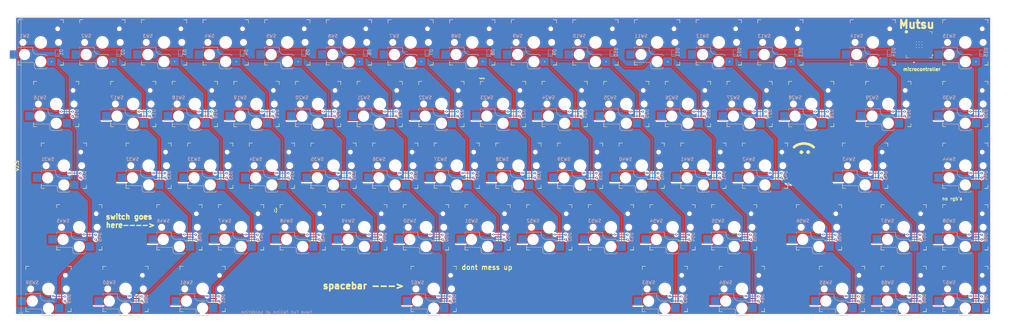
<source format=kicad_pcb>
(kicad_pcb (version 20241229) (generator "pcbnew") (generator_version "9.0")
  (layers (0 "F.Cu" signal) (2 "B.Cu" signal) (13 "F.Paste" user) (15 "B.Paste" user) (5 "F.SilkS" user "F.Silkscreen") (7 "B.SilkS" user "B.Silkscreen") (1 "F.Mask" user) (3 "B.Mask" user) (25 "Edge.Cuts" user))
  (net 0 "")
  (net 1 "Net-(D1-A)")
  (net 2 "row1")
  (net 3 "Net-(D2-A)")
  (net 4 "Net-(D3-A)")
  (net 5 "Net-(D4-A)")
  (net 6 "Net-(D5-A)")
  (net 7 "Net-(D6-A)")
  (net 8 "Net-(D7-A)")
  (net 9 "Net-(D8-A)")
  (net 10 "Net-(D9-A)")
  (net 11 "Net-(D10-A)")
  (net 12 "Net-(D11-A)")
  (net 13 "Net-(D12-A)")
  (net 14 "Net-(D13-A)")
  (net 15 "Net-(D14-A)")
  (net 16 "Net-(D15-A)")
  (net 17 "Net-(D16-A)")
  (net 18 "row2")
  (net 19 "Net-(D17-A)")
  (net 20 "Net-(D18-A)")
  (net 21 "Net-(D19-A)")
  (net 22 "Net-(D20-A)")
  (net 23 "Net-(D21-A)")
  (net 24 "Net-(D22-A)")
  (net 25 "Net-(D23-A)")
  (net 26 "Net-(D24-A)")
  (net 27 "Net-(D25-A)")
  (net 28 "Net-(D26-A)")
  (net 29 "Net-(D27-A)")
  (net 30 "Net-(D28-A)")
  (net 31 "Net-(D29-A)")
  (net 32 "Net-(D30-A)")
  (net 33 "Net-(D31-A)")
  (net 34 "row3")
  (net 35 "Net-(D32-A)")
  (net 36 "Net-(D33-A)")
  (net 37 "Net-(D34-A)")
  (net 38 "Net-(D35-A)")
  (net 39 "Net-(D36-A)")
  (net 40 "Net-(D37-A)")
  (net 41 "Net-(D38-A)")
  (net 42 "Net-(D39-A)")
  (net 43 "Net-(D40-A)")
  (net 44 "Net-(D41-A)")
  (net 45 "Net-(D42-A)")
  (net 46 "Net-(D43-A)")
  (net 47 "Net-(D44-A)")
  (net 48 "Net-(D45-A)")
  (net 49 "row4")
  (net 50 "Net-(D46-A)")
  (net 51 "Net-(D47-A)")
  (net 52 "Net-(D48-A)")
  (net 53 "Net-(D49-A)")
  (net 54 "Net-(D50-A)")
  (net 55 "Net-(D51-A)")
  (net 56 "Net-(D52-A)")
  (net 57 "Net-(D53-A)")
  (net 58 "Net-(D54-A)")
  (net 59 "Net-(D55-A)")
  (net 60 "Net-(D56-A)")
  (net 61 "Net-(D57-A)")
  (net 62 "Net-(D58-A)")
  (net 63 "Net-(D59-A)")
  (net 64 "row5")
  (net 65 "Net-(D60-A)")
  (net 66 "Net-(D61-A)")
  (net 67 "Net-(D62-A)")
  (net 68 "Net-(D63-A)")
  (net 69 "Net-(D64-A)")
  (net 70 "Net-(D65-A)")
  (net 71 "Net-(D66-A)")
  (net 72 "Net-(D67-A)")
  (net 73 "column2")
  (net 74 "column3")
  (net 75 "column4")
  (net 76 "column5")
  (net 77 "column6")
  (net 78 "column7")
  (net 79 "column8")
  (net 80 "column9")
  (net 81 "column10")
  (net 82 "column11")
  (net 83 "column12")
  (net 84 "column13")
  (net 85 "column14")
  (net 86 "column15")
  (net 87 "column1")
  (footprint "extra footprints:Kailh_socket_PG1350" (layer "F.Cu") (at 57.15 38.1)
    (property "Reference" "SW2")
    (property "Value" "SW_SPST")
  )
  (footprint "extra footprints:Kailh_socket_PG1350" (layer "F.Cu") (at 166.6875 76.2)
    (property "Reference" "SW37")
    (property "Value" "SW_SPST")
  )
  (footprint "extra footprints:Kailh_socket_PG1350" (layer "F.Cu") (at 304.8 114.3)
    (property "Reference" "SW66")
    (property "Value" "SW_SPST")
  )
  (footprint "extra footprints:Kailh_socket_PG1350" (layer "F.Cu") (at 80.9625 95.25)
    (property "Reference" "SW46")
    (property "Value" "SW_SPST")
  )
  (footprint "extra footprints:Kailh_socket_PG1350" (layer "F.Cu") (at 209.55 38.1)
    (property "Reference" "SW10")
    (property "Value" "SW_SPST")
  )
  (footprint "extra footprints:Kailh_socket_PG1350" (layer "F.Cu") (at 233.3625 95.25)
    (property "Reference" "SW54")
    (property "Value" "SW_SPST")
  )
  (footprint "extra footprints:Kailh_socket_PG1350" (layer "F.Cu") (at 185.7375 76.2)
    (property "Reference" "SW38")
    (property "Value" "SW_SPST")
  )
  (footprint "extra footprints:Kailh_socket_PG1350" (layer "F.Cu") (at 109.5375 76.2)
    (property "Reference" "SW34")
    (property "Value" "SW_SPST")
  )
  (footprint "extra footprints:Kailh_socket_PG1350" (layer "F.Cu") (at 219.075 57.15)
    (property "Reference" "SW25")
    (property "Value" "SW_SPST")
  )
  (footprint "extra footprints:Kailh_socket_PG1350" (layer "F.Cu") (at 161.925 57.15)
    (property "Reference" "SW22")
    (property "Value" "SW_SPST")
  )
  (footprint "extra footprints:Kailh_socket_PG1350" (layer "F.Cu") (at 85.725 57.15)
    (property "Reference" "SW18")
    (property "Value" "SW_SPST")
  )
  (footprint "extra footprints:Kailh_socket_PG1350" (layer "F.Cu") (at 323.85 38.1)
    (property "Reference" "SW15")
    (property "Value" "SW_SPST")
  )
  (footprint "extra footprints:Kailh_socket_PG1350" (layer "F.Cu") (at 66.675 57.15)
    (property "Reference" "SW17")
    (property "Value" "SW_SPST")
  )
  (footprint "extra footprints:Kailh_socket_PG1350" (layer "F.Cu") (at 95.25 38.1)
    (property "Reference" "SW4")
    (property "Value" "SW_SPST")
  )
  (footprint "extra footprints:Kailh_socket_PG1350" (layer "F.Cu") (at 257.175 57.15)
    (property "Reference" "SW27")
    (property "Value" "SW_SPST")
  )
  (footprint "extra footprints:Kailh_socket_PG1350" (layer "F.Cu") (at 100.0125 95.25)
    (property "Reference" "SW47")
    (property "Value" "SW_SPST")
  )
  (footprint "extra footprints:Kailh_socket_PG1350" (layer "F.Cu") (at 242.8875 76.2)
    (property "Reference" "SW41")
    (property "Value" "SW_SPST")
  )
  (footprint "extra footprints:Kailh_socket_PG1350" (layer "F.Cu") (at 76.2 38.1)
    (property "Reference" "SW3")
    (property "Value" "SW_SPST")
  )
  (footprint "extra footprints:Kailh_socket_PG1350" (layer "F.Cu") (at 64.29375 114.3)
    (property "Reference" "SW60")
    (property "Value" "SW_SPST")
  )
  (footprint "extra footprints:Kailh_socket_PG1350" (layer "F.Cu") (at 171.45 38.1)
    (property "Reference" "SW8")
    (property "Value" "SW_SPST")
  )
  (footprint "extra footprints:Kailh_socket_PG1350" (layer "F.Cu") (at 45.24375 76.2)
    (property "Reference" "SW31")
    (property "Value" "SW_SPST")
  )
  (footprint "extra footprints:RP2350A_QFN-60_EP_7.75x7.75_Pitch0.4mm" (layer "F.Cu") (at 309.5625 38.8)
    (property "Reference" "U1" (hide yes))
    (property "Value" "RP2350A-QFN60")
  )
  (footprint "extra footprints:Kailh_socket_PG1350" (layer "F.Cu") (at 230.98125 114.3)
    (property "Reference" "SW63")
    (property "Value" "SW_SPST")
  )
  (footprint "extra footprints:Kailh_socket_PG1350" (layer "F.Cu") (at 152.4 38.1)
    (property "Reference" "SW7")
    (property "Value" "SW_SPST")
  )
  (footprint "extra footprints:Kailh_socket_PG1350" (layer "F.Cu") (at 292.89375 76.2)
    (property "Reference" "SW43")
    (property "Value" "SW_SPST")
  )
  (footprint "extra footprints:Kailh_socket_PG1350" (layer "F.Cu") (at 261.9375 76.2)
    (property "Reference" "SW42")
    (property "Value" "SW_SPST")
  )
  (footprint "extra footprints:Kailh_socket_PG1350" (layer "F.Cu") (at 114.3 38.1)
    (property "Reference" "SW5")
    (property "Value" "SW_SPST")
  )
  (footprint "extra footprints:Kailh_socket_PG1350" (layer "F.Cu") (at 38.1 38.1)
    (property "Reference" "SW1")
    (property "Value" "SW_SPST")
  )
  (footprint "extra footprints:Kailh_socket_PG1350" (layer "F.Cu") (at 71.4375 76.2)
    (property "Reference" "SW32")
    (property "Value" "SW_SPST")
  )
  (footprint "extra footprints:Kailh_socket_PG1350" (layer "F.Cu") (at 266.7 38.1)
    (property "Reference" "SW13")
    (property "Value" "SW_SPST")
  )
  (footprint "extra footprints:Kailh_socket_PG1350" (layer "F.Cu") (at 204.7875 76.2)
    (property "Reference" "SW39")
    (property "Value" "SW_SPST")
  )
  (footprint "extra footprints:Kailh_socket_PG1350" (layer "F.Cu") (at 40.48125 114.3)
    (property "Reference" "SW59")
    (property "Value" "SW_SPST")
  )
  (footprint "extra footprints:Kailh_socket_PG1350" (layer "F.Cu") (at 190.5 38.1)
    (property "Reference" "SW9")
    (property "Value" "SW_SPST")
  )
  (footprint "extra footprints:Kailh_socket_PG1350" (layer "F.Cu") (at 123.825 57.15)
    (property "Reference" "SW20")
    (property "Value" "SW_SPST")
  )
  (footprint "extra footprints:Kailh_socket_PG1350" (layer "F.Cu") (at 323.85 76.2)
    (property "Reference" "SW44")
    (property "Value" "SW_SPST")
  )
  (footprint "extra footprints:Kailh_socket_PG1350" (layer "F.Cu") (at 159.54375 114.3)
    (property "Reference" "SW62")
    (property "Value" "SW_SPST")
  )
  (footprint "extra footprints:Kailh_socket_PG1350" (layer "F.Cu") (at 176.2125 95.25)
    (property "Reference" "SW51")
    (property "Value" "SW_SPST")
  )
  (footprint "extra footprints:Kailh_socket_PG1350" (layer "F.Cu") (at 228.6 38.1)
    (property "Reference" "SW11")
    (property "Value" "SW_SPST")
  )
  (footprint "extra footprints:Kailh_socket_PG1350" (layer "F.Cu") (at 295.275 38.1)
    (property "Reference" "SW14")
    (property "Value" "SW_SPST")
  )
  (footprint "extra footprints:Kailh_socket_PG1350" (layer "F.Cu") (at 238.125 57.15)
    (property "Reference" "SW26")
    (property "Value" "SW_SPST")
  )
  (footprint "extra footprints:Kailh_socket_PG1350" (layer "F.Cu") (at 104.775 57.15)
    (property "Reference" "SW19")
    (property "Value" "SW_SPST")
  )
  (footprint "extra footprints:Kailh_socket_PG1350" (layer "F.Cu") (at 323.85 57.15)
    (property "Reference" "SW30")
    (property "Value" "SW_SPST")
  )
  (footprint "extra footprints:Kailh_socket_PG1350" (layer "F.Cu") (at 157.1625 95.25)
    (property "Reference" "SW50")
    (property "Value" "SW_SPST")
  )
  (footprint "extra footprints:Kailh_socket_PG1350" (layer "F.Cu") (at 119.0625 95.25)
    (property "Reference" "SW48")
    (property "Value" "SW_SPST")
  )
  (footprint "extra footprints:Kailh_socket_PG1350" (layer "F.Cu") (at 223.8375 76.2)
    (property "Reference" "SW40")
    (property "Value" "SW_SPST")
  )
  (footprint "extra footprints:Kailh_socket_PG1350" (layer "F.Cu") (at 323.85 95.25)
    (property "Reference" "SW58")
    (property "Value" "SW_SPST")
  )
  (footprint "extra footprints:Kailh_socket_PG1350" (layer "F.Cu") (at 128.5875 76.2)
    (property "Reference" "SW35")
    (property "Value" "SW_SPST")
  )
  (footprint "extra footprints:Kailh_socket_PG1350" (layer "F.Cu") (at 285.75 114.3)
    (property "Reference" "SW65")
    (property "Value" "SW_SPST")
  )
  (footprint "extra footprints:Kailh_socket_PG1350" (layer "F.Cu") (at 88.10625 114.3)
    (property "Reference" "SW61")
    (property "Value" "SW_SPST")
  )
  (footprint "extra footprints:Kailh_socket_PG1350" (layer "F.Cu") (at 300.0375 57.15)
    (property "Reference" "SW29")
    (property "Value" "SW_SPST")
  )
  (footprint "extra footprints:Kailh_socket_PG1350" (layer "F.Cu") (at 142.875 57.15)
    (property "Reference" "SW21")
    (property "Value" "SW_SPST")
  )
  (footprint "extra footprints:Kailh_socket_PG1350" (layer "F.Cu") (at 195.2625 95.25)
    (property "Reference" "SW52")
    (property "Value" "SW_SPST")
  )
  (footprint "extra footprints:Kailh_socket_PG1350" (layer "F.Cu") (at 180.975 57.15)
    (property "Reference" "SW23")
    (property "Value" "SW_SPST")
  )
  (footprint "extra footprints:Kailh_socket_PG1350" (layer "F.Cu") (at 304.8 95.25)
    (property "Reference" "SW57")
    (property "Value" "SW_SPST")
  )
  (footprint "extra footprints:Kailh_socket_PG1350" (layer "F.Cu") (at 323.85 114.3)
    (property "Reference" "SW67")
    (property "Value" "SW_SPST")
  )
  (footprint "extra footprints:Kailh_socket_PG1350" (layer "F.Cu") (at 252.4125 95.25)
    (property "Reference" "SW55")
    (property "Value" "SW_SPST")
  )
  (footprint "extra footprints:Kailh_socket_PG1350" (layer "F.Cu") (at 278.60625 95.25)
    (property "Reference" "SW56")
    (property "Value" "SW_SPST")
  )
  (footprint "extra footprints:Kailh_socket_PG1350" (layer "F.Cu") (at 254.79375 114.3)
    (property "Reference" "SW64")
    (property "Value" "SW_SPST")
  )
  (footprint "extra footprints:Kailh_socket_PG1350" (layer "F.Cu") (at 200.025 57.15)
    (property "Reference" "SW24")
    (property "Value" "SW_SPST")
  )
  (footprint "extra footprints:Kailh_socket_PG1350" (layer "F.Cu") (at 147.6375 76.2)
    (property "Reference" "SW36")
    (property "Value" "SW_SPST")
  )
  (footprint "extra footprints:Kailh_socket_PG1350" (layer "F.Cu") (at 276.225 57.15)
    (property "Reference" "SW28")
    (property "Value" "SW_SPST")
  )
  (footprint "extra footprints:Kailh_socket_PG1350" (layer "F.Cu") (at 50.00625 95.25)
    (property "Reference" "SW45")
    (property "Value" "SW_SPST")
  )
  (footprint "extra footprints:Kailh_socket_PG1350" (layer "F.Cu") (at 214.3125 95.25)
    (property "Reference" "SW53")
    (property "Value" "SW_SPST")
  )
  (footprint "extra footprints:Kailh_socket_PG1350" (layer "F.Cu") (at 133.35 38.1)
    (property "Reference" "SW6")
    (property "Value" "SW_SPST")
  )
  (footprint "extra footprints:Kailh_socket_PG1350" (layer "F.Cu") (at 42.8625 57.15)
    (property "Reference" "SW16")
    (property "Value" "SW_SPST")
  )
  (footprint "extra footprints:Kailh_socket_PG1350" (layer "F.Cu") (at 90.4875 76.2)
    (property "Reference" "SW33")
    (property "Value" "SW_SPST")
  )
  (footprint "extra footprints:Kailh_socket_PG1350" (layer "F.Cu") (at 138.1125 95.25)
    (property "Reference" "SW49")
    (property "Value" "SW_SPST")
  )
  (footprint "extra footprints:Kailh_socket_PG1350" (layer "F.Cu") (at 247.65 38.1)
    (property "Reference" "SW12")
    (property "Value" "SW_SPST")
  )
  (footprint "Diode_SMD:D_SOD-523" (layer "B.Cu") (at 252.73 41.13 90)
    (property "Reference" "D12")
    (property "Value" "1N4148WT")
  )
  (footprint "Diode_SMD:D_SOD-523" (layer "B.Cu") (at 209.8675 79.23 90)
    (property "Reference" "D39")
    (property "Value" "1N4148WT")
  )
  (footprint "Diode_SMD:D_SOD-523" (layer "B.Cu") (at 45.56125 117.33 90)
    (property "Reference" "D59")
    (property "Value" "1N4148WT")
  )
  (footprint "Diode_SMD:D_SOD-523" (layer "B.Cu") (at 81.28 41.13 90)
    (property "Reference" "D3")
    (property "Value" "1N4148WT")
  )
  (footprint "Diode_SMD:D_SOD-523" (layer "B.Cu") (at 50.32375 79.23 90)
    (property "Reference" "D31")
    (property "Value" "1N4148WT")
  )
  (footprint "Diode_SMD:D_SOD-523" (layer "B.Cu") (at 128.905 60.18 90)
    (property "Reference" "D20")
    (property "Value" "1N4148WT")
  )
  (footprint "Diode_SMD:D_SOD-523" (layer "B.Cu") (at 133.6675 79.23 90)
    (property "Reference" "D35")
    (property "Value" "1N4148WT")
  )
  (footprint "Diode_SMD:D_SOD-523" (layer "B.Cu") (at 152.7175 79.23 90)
    (property "Reference" "D36")
    (property "Value" "1N4148WT")
  )
  (footprint "Diode_SMD:D_SOD-523" (layer "B.Cu") (at 236.06125 117.33 90)
    (property "Reference" "D63")
    (property "Value" "1N4148WT")
  )
  (footprint "Diode_SMD:D_SOD-523" (layer "B.Cu") (at 71.755 60.18 90)
    (property "Reference" "D17")
    (property "Value" "1N4148WT")
  )
  (footprint "Diode_SMD:D_SOD-523" (layer "B.Cu") (at 100.33 41.13 90)
    (property "Reference" "D4")
    (property "Value" "1N4148WT")
  )
  (footprint "Diode_SMD:D_SOD-523" (layer "B.Cu") (at 290.83 117.33 90)
    (property "Reference" "D65")
    (property "Value" "1N4148WT")
  )
  (footprint "Diode_SMD:D_SOD-523" (layer "B.Cu") (at 93.18625 117.33 90)
    (property "Reference" "D61")
    (property "Value" "1N4148WT")
  )
  (footprint "Diode_SMD:D_SOD-523" (layer "B.Cu") (at 233.68 41.13 90)
    (property "Reference" "D11")
    (property "Value" "1N4148WT")
  )
  (footprint "Diode_SMD:D_SOD-523" (layer "B.Cu") (at 219.3925 98.28 90)
    (property "Reference" "D53")
    (property "Value" "1N4148WT")
  )
  (footprint "Diode_SMD:D_SOD-523" (layer "B.Cu") (at 176.53 41.13 90)
    (property "Reference" "D8")
    (property "Value" "1N4148WT")
  )
  (footprint "Diode_SMD:D_SOD-523" (layer "B.Cu") (at 305.1175 60.18 90)
    (property "Reference" "D29")
    (property "Value" "1N4148WT")
  )
  (footprint "Diode_SMD:D_SOD-523" (layer "B.Cu") (at 328.93 117.33 90)
    (property "Reference" "D67")
    (property "Value" "1N4148WT")
  )
  (footprint "Diode_SMD:D_SOD-523" (layer "B.Cu") (at 76.5175 79.23 90)
    (property "Reference" "D32")
    (property "Value" "1N4148WT")
  )
  (footprint "Diode_SMD:D_SOD-523" (layer "B.Cu") (at 259.87375 117.33 90)
    (property "Reference" "D64")
    (property "Value" "1N4148WT")
  )
  (footprint "Diode_SMD:D_SOD-523" (layer "B.Cu") (at 164.62375 117.33 90)
    (property "Reference" "D62")
    (property "Value" "1N4148WT")
  )
  (footprint "Diode_SMD:D_SOD-523" (layer "B.Cu") (at 167.005 60.18 90)
    (property "Reference" "D22")
    (property "Value" "1N4148WT")
  )
  (footprint "Diode_SMD:D_SOD-523" (layer "B.Cu") (at 309.88 98.28 90)
    (property "Reference" "D57")
    (property "Value" "1N4148WT")
  )
  (footprint "Diode_SMD:D_SOD-523" (layer "B.Cu") (at 69.37375 117.33 90)
    (property "Reference" "D60")
    (property "Value" "1N4148WT")
  )
  (footprint "Diode_SMD:D_SOD-523" (layer "B.Cu") (at 267.0175 79.23 90)
    (property "Reference" "D42")
    (property "Value" "1N4148WT")
  )
  (footprint "Diode_SMD:D_SOD-523" (layer "B.Cu") (at 109.855 60.18 90)
    (property "Reference" "D19")
    (property "Value" "1N4148WT")
  )
  (footprint "Diode_SMD:D_SOD-523" (layer "B.Cu") (at 271.78 41.13 90)
    (property "Reference" "D13")
    (property "Value" "1N4148WT")
  )
  (footprint "Diode_SMD:D_SOD-523" (layer "B.Cu") (at 328.93 79.23 90)
    (property "Reference" "D44")
    (property "Value" "1N4148WT")
  )
  (footprint "Diode_SMD:D_SOD-523" (layer "B.Cu") (at 105.0925 98.28 90)
    (property "Reference" "D47")
    (property "Value" "1N4148WT")
  )
  (footprint "Diode_SMD:D_SOD-523" (layer "B.Cu") (at 47.9425 60.18 90)
    (property "Reference" "D16")
    (property "Value" "1N4148WT")
  )
  (footprint "Diode_SMD:D_SOD-523" (layer "B.Cu") (at 95.5675 79.23 90)
    (property "Reference" "D33")
    (property "Value" "1N4148WT")
  )
  (footprint "Diode_SMD:D_SOD-523" (layer "B.Cu") (at 328.93 41.13 90)
    (property "Reference" "D15")
    (property "Value" "1N4148WT")
  )
  (footprint "Diode_SMD:D_SOD-523" (layer "B.Cu") (at 224.155 60.18 90)
    (property "Reference" "D25")
    (property "Value" "1N4148WT")
  )
  (footprint "Diode_SMD:D_SOD-523" (layer "B.Cu") (at 138.43 41.13 90)
    (property "Reference" "D6")
    (property "Value" "1N4148WT")
  )
  (footprint "Diode_SMD:D_SOD-523" (layer "B.Cu") (at 186.055 60.18 90)
    (property "Reference" "D23")
    (property "Value" "1N4148WT")
  )
  (footprint "Diode_SMD:D_SOD-523" (layer "B.Cu") (at 205.105 60.18 90)
    (property "Reference" "D24")
    (property "Value" "1N4148WT")
  )
  (footprint "Diode_SMD:D_SOD-523" (layer "B.Cu") (at 195.58 41.13 90)
    (property "Reference" "D9")
    (property "Value" "1N4148WT")
  )
  (footprint "Diode_SMD:D_SOD-523" (layer "B.Cu") (at 281.305 60.18 90)
    (property "Reference" "D28")
    (property "Value" "1N4148WT")
  )
  (footprint "Diode_SMD:D_SOD-523" (layer "B.Cu") (at 257.4925 98.28 90)
    (property "Reference" "D55")
    (property "Value" "1N4148WT")
  )
  (footprint "Diode_SMD:D_SOD-523" (layer "B.Cu") (at 328.93 60.18 90)
    (property "Reference" "D30")
    (property "Value" "1N4148WT")
  )
  (footprint "Diode_SMD:D_SOD-523" (layer "B.Cu") (at 247.9675 79.23 90)
    (property "Reference" "D41")
    (property "Value" "1N4148WT")
  )
  (footprint "Diode_SMD:D_SOD-523" (layer "B.Cu") (at 119.38 41.13 90)
    (property "Reference" "D5")
    (property "Value" "1N4148WT")
  )
  (footprint "Diode_SMD:D_SOD-523" (layer "B.Cu") (at 147.955 60.18 90)
    (property "Reference" "D21")
    (property "Value" "1N4148WT")
  )
  (footprint "Diode_SMD:D_SOD-523" (layer "B.Cu") (at 62.23 41.13 90)
    (property "Reference" "D2")
    (property "Value" "1N4148WT")
  )
  (footprint "Diode_SMD:D_SOD-523" (layer "B.Cu") (at 124.1425 98.28 90)
    (property "Reference" "D48")
    (property "Value" "1N4148WT")
  )
  (footprint "Diode_SMD:D_SOD-523" (layer "B.Cu") (at 86.0425 98.28 90)
    (property "Reference" "D46")
    (property "Value" "1N4148WT")
  )
  (footprint "Diode_SMD:D_SOD-523" (layer "B.Cu") (at 114.6175 79.23 90)
    (property "Reference" "D34")
    (property "Value" "1N4148WT")
  )
  (footprint "Diode_SMD:D_SOD-523" (layer "B.Cu") (at 300.355 41.13 90)
    (property "Reference" "D14")
    (property "Value" "1N4148WT")
  )
  (footprint "Diode_SMD:D_SOD-523" (layer "B.Cu") (at 262.255 60.18 90)
    (property "Reference" "D27")
    (property "Value" "1N4148WT")
  )
  (footprint "Diode_SMD:D_SOD-523" (layer "B.Cu") (at 90.805 60.18 90)
    (property "Reference" "D18")
    (property "Value" "1N4148WT")
  )
  (footprint "Diode_SMD:D_SOD-523" (layer "B.Cu") (at 214.63 41.13 90)
    (property "Reference" "D10")
    (property "Value" "1N4148WT")
  )
  (footprint "Diode_SMD:D_SOD-523" (layer "B.Cu") (at 55.08625 98.28 90)
    (property "Reference" "D45")
    (property "Value" "1N4148WT")
  )
  (footprint "Diode_SMD:D_SOD-523" (layer "B.Cu") (at 309.88 117.33 90)
    (property "Reference" "D66")
    (property "Value" "1N4148WT")
  )
  (footprint "Diode_SMD:D_SOD-523" (layer "B.Cu") (at 238.4425 98.28 90)
    (property "Reference" "D54")
    (property "Value" "1N4148WT")
  )
  (footprint "Diode_SMD:D_SOD-523" (layer "B.Cu") (at 143.1925 98.28 90)
    (property "Reference" "D49")
    (property "Value" "1N4148WT")
  )
  (footprint "Diode_SMD:D_SOD-523" (layer "B.Cu") (at 200.3425 98.28 90)
    (property "Reference" "D52")
    (property "Value" "1N4148WT")
  )
  (footprint "Diode_SMD:D_SOD-523" (layer "B.Cu") (at 162.2425 98.28 90)
    (property "Reference" "D50")
    (property "Value" "1N4148WT")
  )
  (footprint "Diode_SMD:D_SOD-523" (layer "B.Cu") (at 171.7675 79.23 90)
    (property "Reference" "D37")
    (property "Value" "1N4148WT")
  )
  (footprint "Diode_SMD:D_SOD-523" (layer "B.Cu") (at 157.48 41.13 90)
    (property "Reference" "D7")
    (property "Value" "1N4148WT")
  )
  (footprint "Diode_SMD:D_SOD-523" (layer "B.Cu") (at 243.205 60.18 90)
    (property "Reference" "D26")
    (property "Value" "1N4148WT")
  )
  (footprint "Diode_SMD:D_SOD-523" (layer "B.Cu") (at 228.9175 79.23 90)
    (property "Reference" "D40")
    (property "Value" "1N4148WT")
  )
  (footprint "Diode_SMD:D_SOD-523" (layer "B.Cu") (at 190.8175 79.23 90)
    (property "Reference" "D38")
    (property "Value" "1N4148WT")
  )
  (footprint "Diode_SMD:D_SOD-523" (layer "B.Cu") (at 328.93 98.28 90)
    (property "Reference" "D58")
    (property "Value" "1N4148WT")
  )
  (footprint "Diode_SMD:D_SOD-523" (layer "B.Cu") (at 181.2925 98.28 90)
    (property "Reference" "D51")
    (property "Value" "1N4148WT")
  )
  (footprint "Diode_SMD:D_SOD-523" (layer "B.Cu") (at 297.97375 79.23 90)
    (property "Reference" "D43")
    (property "Value" "1N4148WT")
  )
  (footprint "Diode_SMD:D_SOD-523" (layer "B.Cu") (at 283.68625 98.28 90)
    (property "Reference" "D56")
    (property "Value" "1N4148WT")
  )
  (footprint "Diode_SMD:D_SOD-523" (layer "B.Cu") (at 43.18 41.13 90)
    (property "Reference" "D1")
    (property "Value" "1N4148wt")
  )
  (gr_line (start 31 30) (end 331 30) (stroke (width 0.05)) (layer "Edge.Cuts"))
  (gr_line (start 30 121.5) (end 30 31) (stroke (width 0.05)) (layer "Edge.Cuts"))
  (gr_arc (start 332 121.5) (mid 331.707107 122.207107) (end 331 122.5) (stroke (width 0.05)) (layer "Edge.Cuts"))
  (gr_arc (start 31 122.5) (mid 30.292893 122.207107) (end 30 121.5) (stroke (width 0.05)) (layer "Edge.Cuts"))
  (gr_line (start 332 31) (end 332 121.5) (stroke (width 0.05)) (layer "Edge.Cuts"))
  (gr_arc (start 30 31) (mid 30.292893 30.292893) (end 31 30) (stroke (width 0.05)) (layer "Edge.Cuts"))
  (gr_arc (start 331 30) (mid 331.707107 30.292893) (end 332 31) (stroke (width 0.05)) (layer "Edge.Cuts"))
  (gr_line (start 331 122.5) (end 31 122.5) (stroke (width 0.05)) (layer "Edge.Cuts"))
  (gr_text "Mutsu" (at 303 34 0) (layer "F.SilkS") (effects (font (size 2.5 2.5) (thickness 0.6) (bold yes)) (justify left bottom)))
  (gr_text "dont mess up" (at 168 108.5 0) (layer "F.SilkS") (effects (font (size 1.5 1.5) (thickness 0.3) (bold yes)) (justify left bottom)))
  (gr_text "    ^\nmicrocontroller\n" (at 304.5 47 0) (layer "F.SilkS") (effects (font (size 1 1) (thickness 0.25) (bold yes)) (justify left bottom)))
  (gr_text ":)" (at 276 73.5 90) (layer "F.SilkS") (effects (font (size 4 4) (thickness 0.8) (bold yes)) (justify left bottom)))
  (gr_text "spacebar --->" (at 125 114.5 0) (layer "F.SilkS") (effects (font (size 2 2) (thickness 0.5) (bold yes)) (justify left bottom)))
  (gr_text ":)" (at 110 90.5 0) (layer "F.SilkS") (effects (font (size 1 1) (thickness 0.2) (bold yes)) (justify left bottom)))
  (gr_text "no rgb's" (at 316.5 87 0) (layer "F.SilkS") (effects (font (size 1 1) (thickness 0.2) (bold yes)) (justify left bottom)))
  (gr_text "hehe" (at 173.5 49.5 0) (layer "F.SilkS") (effects (font (size 0.5 0.5) (thickness 0.125) (bold yes)) (justify left bottom)))
  (gr_text "switch goes\nhere---->" (at 58 95.5 0) (layer "F.SilkS") (effects (font (size 1.6 1.6) (thickness 0.4) (bold yes)) (justify left bottom)))
  (gr_text "have fun failing at soldering" (at 122 122 0) (layer "B.SilkS") (effects (font (size 1 1) (thickness 0.1)) (justify left bottom mirror)))
  (dimension (type orthogonal) (layer "F.SilkS") (pts (xy 69.5 122.5) (xy 72 30)) (height -37.5) (orientation 1) (format (prefix "") (suffix "") (units 3) (units_format 0) (precision 4) (suppress_zeroes yes)) (style (thickness 0.1) (arrow_length 1.27) (text_position_mode 0) (arrow_direction outward) (extension_height 0.58642) (extension_offset 0.5) (keep_text_aligned yes)) (gr_text "92.5" (at 30.8 76.25 90) (layer "F.SilkS") (effects (font (size 1 1) (thickness 0.2) (bold yes)))))
  (segment (start 36.578942 39.5) (end 37.508942 40.43) (width 0.2) (layer "B.Cu") (net 1))
  (segment (start 32.175 39.5) (end 36.578942 39.5) (width 0.2) (layer "B.Cu") (net 1))
  (segment (start 29.825 41.85) (end 32.175 39.5) (width 0.2) (layer "B.Cu") (net 1))
  (segment (start 37.508942 40.43) (end 43.18 40.43) (width 0.2) (layer "B.Cu") (net 1))
  (segment (start 313.4 42) (end 313 41.6) (width 0.2) (layer "F.Cu") (net 2))
  (segment (start 313.774998 42) (end 313.4 42) (width 0.2) (layer "F.Cu") (net 2))
  (via (at 313.774998 42) (size 0.6) (drill 0.3) (layers "F.Cu" "B.Cu") (net 2))
  (segment (start 266.302291 41.83) (end 271.78 41.83) (width 0.2) (layer "B.Cu") (net 2))
  (segment (start 264.431291 43.701) (end 266.302291 41.83) (width 0.2) (layer "B.Cu") (net 2))
  (segment (start 254.601 43.701) (end 264.431291 43.701) (width 0.2) (layer "B.Cu") (net 2))
  (segment (start 235.551 43.701) (end 245.381291 43.701) (width 0.2) (layer "B.Cu") (net 2))
  (segment (start 92.981291 43.701) (end 94.852291 41.83) (width 0.2) (layer "B.Cu") (net 2))
  (segment (start 321.581291 43.701) (end 323.452291 41.83) (width 0.2) (layer "B.Cu") (net 2))
  (segment (start 64.101 43.701) (end 73.931291 43.701) (width 0.2) (layer "B.Cu") (net 2))
  (segment (start 159.351 43.701) (end 168.299 43.701) (width 0.2) (layer "B.Cu") (net 2))
  (segment (start 45.051 43.701) (end 54.881291 43.701) (width 0.2) (layer "B.Cu") (net 2))
  (segment (start 313.774998 43.475998) (end 313.774998 42) (width 0.2) (layer "B.Cu") (net 2))
  (segment (start 197.451 43.701) (end 207.281291 43.701) (width 0.2) (layer "B.Cu") (net 2))
  (segment (start 178.401 43.701) (end 186.872842 43.701) (width 0.2) (layer "B.Cu") (net 2))
  (segment (start 94.852291 41.83) (end 100.33 41.83) (width 0.2) (layer "B.Cu") (net 2))
  (segment (start 294.877291 41.83) (end 300.355 41.83) (width 0.2) (layer "B.Cu") (net 2))
  (segment (start 119.38 41.83) (end 121.251 43.701) (width 0.2) (layer "B.Cu") (net 2))
  (segment (start 224.131291 45.901) (end 228.202291 41.83) (width 0.2) (layer "B.Cu") (net 2))
  (segment (start 157.48 41.83) (end 159.351 43.701) (width 0.2) (layer "B.Cu") (net 2))
  (segment (start 43.18 41.83) (end 45.051 43.701) (width 0.2) (layer "B.Cu") (net 2))
  (segment (start 176.53 41.83) (end 178.401 43.701) (width 0.2) (layer "B.Cu") (net 2))
  (segment (start 209.152291 41.83) (end 214.63 41.83) (width 0.2) (layer "B.Cu") (net 2))
  (segment (start 214.63 41.83) (end 218.701 45.901) (width 0.2) (layer "B.Cu") (net 2))
  (segment (start 168.299 43.701) (end 170.17 41.83) (width 0.2) (layer "B.Cu") (net 2))
  (segment (start 121.251 43.701) (end 131.081291 43.701) (width 0.2) (layer "B.Cu") (net 2))
  (segment (start 195.58 41.83) (end 197.451 43.701) (width 0.2) (layer "B.Cu") (net 2))
  (segment (start 148.799 43.701) (end 150.67 41.83) (width 0.2) (layer "B.Cu") (net 2))
  (segment (start 111.937709 41.83) (end 119.38 41.83) (width 0.2) (layer "B.Cu") (net 2))
  (segment (start 247.252291 41.83) (end 252.73 41.83) (width 0.2) (layer "B.Cu") (net 2))
  (segment (start 83.151 43.701) (end 92.981291 43.701) (width 0.2) (layer "B.Cu") (net 2))
  (segment (start 62.23 41.83) (end 64.101 43.701) (width 0.2) (layer "B.Cu") (net 2))
  (segment (start 314 43.701) (end 321.581291 43.701) (width 0.2) (layer "B.Cu") (net 2))
  (segment (start 218.701 45.901) (end 224.131291 45.901) (width 0.2) (layer "B.Cu") (net 2))
  (segment (start 131.081291 43.701) (end 132.952291 41.83) (width 0.2) (layer "B.Cu") (net 2))
  (segment (start 271.78 41.83) (end 273.651 43.701) (width 0.2) (layer "B.Cu") (net 2))
  (segment (start 186.872842 43.701) (end 188.743842 41.83) (width 0.2) (layer "B.Cu") (net 2))
  (segment (start 102.201 43.701) (end 110.066709 43.701) (width 0.2) (layer "B.Cu") (net 2))
  (segment (start 207.281291 43.701) (end 209.152291 41.83) (width 0.2) (layer "B.Cu") (net 2))
  (segment (start 75.802291 41.83) (end 81.28 41.83) (width 0.2) (layer "B.Cu") (net 2))
  (segment (start 56.752291 41.83) (end 62.23 41.83) (width 0.2) (layer "B.Cu") (net 2))
  (segment (start 100.33 41.83) (end 102.201 43.701) (width 0.2) (layer "B.Cu") (net 2))
  (segment (start 252.73 41.83) (end 254.601 43.701) (width 0.2) (layer "B.Cu") (net 2))
  (segment (start 150.67 41.83) (end 157.48 41.83) (width 0.2) (layer "B.Cu") (net 2))
  (segment (start 245.381291 43.701) (end 247.252291 41.83) (width 0.2) (layer "B.Cu") (net 2))
  (segment (start 302.226 43.701) (end 314 43.701) (width 0.2) (layer "B.Cu") (net 2))
  (segment (start 138.43 41.83) (end 140.301 43.701) (width 0.2) (layer "B.Cu") (net 2))
  (segment (start 73.931291 43.701) (end 75.802291 41.83) (width 0.2) (layer "B.Cu") (net 2))
  (segment (start 233.68 41.83) (end 235.551 43.701) (width 0.2) (layer "B.Cu") (net 2))
  (segment (start 323.452291 41.83) (end 328.93 41.83) (width 0.2) (layer "B.Cu") (net 2))
  (segment (start 110.066709 43.701) (end 111.937709 41.83) (width 0.2) (layer "B.Cu") (net 2))
  (segment (start 293.006291 43.701) (end 294.877291 41.83) (width 0.2) (layer "B.Cu") (net 2))
  (segment (start 54.881291 43.701) (end 56.752291 41.83) (width 0.2) (layer "B.Cu") (net 2))
  (segment (start 188.743842 41.83) (end 195.58 41.83) (width 0.2) (layer "B.Cu") (net 2))
  (segment (start 228.202291 41.83) (end 233.68 41.83) (width 0.2) (layer "B.Cu") (net 2))
  (segment (start 132.952291 41.83) (end 138.43 41.83) (width 0.2) (layer "B.Cu") (net 2))
  (segment (start 300.355 41.83) (end 302.226 43.701) (width 0.2) (layer "B.Cu") (net 2))
  (segment (start 81.28 41.83) (end 83.151 43.701) (width 0.2) (layer "B.Cu") (net 2))
  (segment (start 273.651 43.701) (end 293.006291 43.701) (width 0.2) (layer "B.Cu") (net 2))
  (segment (start 170.17 41.83) (end 176.53 41.83) (width 0.2) (layer "B.Cu") (net 2))
  (segment (start 140.301 43.701) (end 148.799 43.701) (width 0.2) (layer "B.Cu") (net 2))
  (segment (start 314 43.701) (end 313.774998 43.475998) (width 0.2) (layer "B.Cu") (net 2))
  (segment (start 50.725 40) (end 56.128942 40) (width 0.2) (layer "B.Cu") (net 3))
  (segment (start 48.875 41.85) (end 50.725 40) (width 0.2) (layer "B.Cu") (net 3))
  (segment (start 56.128942 40) (end 56.558942 40.43) (width 0.2) (layer "B.Cu") (net 3))
  (segment (start 56.558942 40.43) (end 62.23 40.43) (width 0.2) (layer "B.Cu") (net 3))
  (segment (start 67.925 41.85) (end 69.775 40) (width 0.2) (layer "B.Cu") (net 4))
  (segment (start 75.178942 40) (end 75.608942 40.43) (width 0.2) (layer "B.Cu") (net 4))
  (segment (start 69.775 40) (end 75.178942 40) (width 0.2) (layer "B.Cu") (net 4))
  (segment (start 75.608942 40.43) (end 81.28 40.43) (width 0.2) (layer "B.Cu") (net 4))
  (segment (start 94.658942 40.43) (end 100.33 40.43) (width 0.2) (layer "B.Cu") (net 5))
  (segment (start 86.975 41.85) (end 89.325 39.5) (width 0.2) (layer "B.Cu") (net 5))
  (segment (start 89.325 39.5) (end 93.728942 39.5) (width 0.2) (layer "B.Cu") (net 5))
  (segment (start 93.728942 39.5) (end 94.658942 40.43) (width 0.2) (layer "B.Cu") (net 5))
  (segment (start 107.876 39.999) (end 111.999 39.999) (width 0.2) (layer "B.Cu") (net 6))
  (segment (start 106.025 41.85) (end 107.876 39.999) (width 0.2) (layer "B.Cu") (net 6))
  (segment (start 111.999 39.999) (end 112.43 40.43) (width 0.2) (layer "B.Cu") (net 6))
  (segment (start 112.43 40.43) (end 119.38 40.43) (width 0.2) (layer "B.Cu") (net 6))
  (segment (start 125.075 41.85) (end 126.925 40) (width 0.2) (layer "B.Cu") (net 7))
  (segment (start 132.328942 40) (end 132.758942 40.43) (width 0.2) (layer "B.Cu") (net 7))
  (segment (start 132.758942 40.43) (end 138.43 40.43) (width 0.2) (layer "B.Cu") (net 7))
  (segment (start 126.925 40) (end 132.328942 40) (width 0.2) (layer "B.Cu") (net 7))
  (segment (start 144.125 41.85) (end 145.976 39.999) (width 0.2) (layer "B.Cu") (net 8))
  (segment (start 151.808942 40.43) (end 157.48 40.43) (width 0.2) (layer "B.Cu") (net 8))
  (segment (start 145.976 39.999) (end 151.377942 39.999) (width 0.2) (layer "B.Cu") (net 8))
  (segment (start 151.377942 39.999) (end 151.808942 40.43) (width 0.2) (layer "B.Cu") (net 8))
  (segment (start 170.427942 39.999) (end 170.858942 40.43) (width 0.2) (layer "B.Cu") (net 9))
  (segment (start 165.026 39.999) (end 170.427942 39.999) (width 0.2) (layer "B.Cu") (net 9))
  (segment (start 170.858942 40.43) (end 176.53 40.43) (width 0.2) (layer "B.Cu") (net 9))
  (segment (start 163.175 41.85) (end 165.026 39.999) (width 0.2) (layer "B.Cu") (net 9))
  (segment (start 189.908942 40.43) (end 195.58 40.43) (width 0.2) (layer "B.Cu") (net 10))
  (segment (start 184.076 39.999) (end 189.477942 39.999) (width 0.2) (layer "B.Cu") (net 10))
  (segment (start 189.477942 39.999) (end 189.908942 40.43) (width 0.2) (layer "B.Cu") (net 10))
  (segment (start 182.225 41.85) (end 184.076 39.999) (width 0.2) (layer "B.Cu") (net 10))
  (segment (start 208.958942 40.43) (end 214.63 40.43) (width 0.2) (layer "B.Cu") (net 11))
  (segment (start 201.275 41.85) (end 203.126 39.999) (width 0.2) (layer "B.Cu") (net 11))
  (segment (start 208.527942 39.999) (end 208.958942 40.43) (width 0.2) (layer "B.Cu") (net 11))
  (segment (start 203.126 39.999) (end 208.527942 39.999) (width 0.2) (layer "B.Cu") (net 11))
  (segment (start 222.176 39.999) (end 227.577942 39.999) (width 0.2) (layer "B.Cu") (net 12))
  (segment (start 228.008942 40.43) (end 233.68 40.43) (width 0.2) (layer "B.Cu") (net 12))
  (segment (start 227.577942 39.999) (end 228.008942 40.43) (width 0.2) (layer "B.Cu") (net 12))
  (segment (start 220.325 41.85) (end 222.176 39.999) (width 0.2) (layer "B.Cu") (net 12))
  (segment (start 246.628942 40) (end 247.058942 40.43) (width 0.2) (layer "B.Cu") (net 13))
  (segment (start 241.225 40) (end 246.628942 40) (width 0.2) (layer "B.Cu") (net 13))
  (segment (start 239.375 41.85) (end 241.225 40) (width 0.2) (layer "B.Cu") (net 13))
  (segment (start 247.058942 40.43) (end 252.73 40.43) (width 0.2) (layer "B.Cu") (net 13))
  (segment (start 264.999 39.999) (end 265.43 40.43) (width 0.2) (layer "B.Cu") (net 14))
  (segment (start 260.276 39.999) (end 264.999 39.999) (width 0.2) (layer "B.Cu") (net 14))
  (segment (start 265.43 40.43) (end 271.78 40.43) (width 0.2) (layer "B.Cu") (net 14))
  (segment (start 258.425 41.85) (end 260.276 39.999) (width 0.2) (layer "B.Cu") (net 14))
  (segment (start 287 41.85) (end 288.851 39.999) (width 0.2) (layer "B.Cu") (net 15))
  (segment (start 294.252942 39.999) (end 294.683942 40.43) (width 0.2) (layer "B.Cu") (net 15))
  (segment (start 288.851 39.999) (end 294.252942 39.999) (width 0.2) (layer "B.Cu") (net 15))
  (segment (start 294.683942 40.43) (end 300.355 40.43) (width 0.2) (layer "B.Cu") (net 15))
  (segment (start 317.425 40) (end 322.828942 40) (width 0.2) (layer "B.Cu") (net 16))
  (segment (start 323.258942 40.43) (end 328.93 40.43) (width 0.2) (layer "B.Cu") (net 16))
  (segment (start 315.575 41.85) (end 317.425 40) (width 0.2) (layer "B.Cu") (net 16))
  (segment (start 322.828942 40) (end 323.258942 40.43) (width 0.2) (layer "B.Cu") (net 16))
  (segment (start 44.5 59.5) (end 47.9225 59.5) (width 0.2) (layer "F.Cu") (net 17))
  (segment (start 47.9225 59.5) (end 47.9425 59.48) (width 0.2) (layer "F.Cu") (net 17))
  (via (at 47.9425 59.48) (size 0.6) (drill 0.3) (layers "F.Cu" "B.Cu") (net 17))
  (via (at 44.5 59.5) (size 0.6) (drill 0.3) (layers "F.Cu" "B.Cu") (net 17))
  (segment (start 41.791442 59) (end 42.291442 59.5) (width 0.2) (layer "B.Cu") (net 17))
  (segment (start 42.291442 59.5) (end 44.5 59.5) (width 0.2) (layer "B.Cu") (net 17))
  (segment (start 34.5875 60.9) (end 36.4875 59) (width 0.2) (layer "B.Cu") (net 17))
  (segment (start 36.4875 59) (end 41.791442 59) (width 0.2) (layer "B.Cu") (net 17))
  (segment (start 224.155 60.88) (end 226.026 62.751) (width 0.2) (layer "F.Cu") (net 18))
  (segment (start 256.777291 60.88) (end 262.255 60.88) (width 0.2) (layer "F.Cu") (net 18))
  (segment (start 306.9885 62.751) (end 321.581291 62.751) (width 0.2) (layer "F.Cu") (net 18))
  (segment (start 90.805 60.88) (end 92.676 62.751) (width 0.2) (layer "F.Cu") (net 18))
  (segment (start 159.656291 62.751) (end 161.527291 60.88) (width 0.2) (layer "F.Cu") (net 18))
  (segment (start 275.62 60.88) (end 281.305 60.88) (width 0.2) (layer "F.Cu") (net 18))
  (segment (start 187.926 62.751) (end 197.756291 62.751) (width 0.2) (layer "F.Cu") (net 18))
  (segment (start 199.627291 60.88) (end 205.105 60.88) (width 0.2) (layer "F.Cu") (net 18))
  (segment (start 328.1481 57.848157) (end 329.531 59.231057) (width 0.2) (layer "F.Cu") (net 18))
  (segment (start 142.477291 60.88) (end 147.955 60.88) (width 0.2) (layer "F.Cu") (net 18))
  (segment (start 73.626 62.751) (end 83.456291 62.751) (width 0.2) (layer "F.Cu") (net 18))
  (segment (start 167.005 60.88) (end 168.876 62.751) (width 0.2) (layer "F.Cu") (net 18))
  (segment (start 273.749 62.751) (end 275.62 60.88) (width 0.2) (layer "F.Cu") (net 18))
  (segment (start 161.527291 60.88) (end 167.005 60.88) (width 0.2) (layer "F.Cu") (net 18))
  (segment (start 330.196 54.5) (end 328.1481 56.5479) (width 0.2) (layer "F.Cu") (net 18))
  (segment (start 328.1481 56.5479) (end 328.1481 57.848157) (width 0.2) (layer "F.Cu") (net 18))
  (segment (start 104.12 60.88) (end 109.855 60.88) (width 0.2) (layer "F.Cu") (net 18))
  (segment (start 218.677291 60.88) (end 224.155 60.88) (width 0.2) (layer "F.Cu") (net 18))
  (segment (start 178.706291 62.751) (end 180.577291 60.88) (width 0.2) (layer "F.Cu") (net 18))
  (segment (start 48 61) (end 49.751 62.751) (width 0.2) (layer "F.Cu") (net 18))
  (segment (start 205.105 60.88) (end 206.976 62.751) (width 0.2) (layer "F.Cu") (net 18))
  (segment (start 180.577291 60.88) (end 186.055 60.88) (width 0.2) (layer "F.Cu") (net 18))
  (segment (start 197.756291 62.751) (end 199.627291 60.88) (width 0.2) (layer "F.Cu") (net 18))
  (segment (start 307.5625 42.2375) (end 307.5625 43.1296) (width 0.2) (layer "F.Cu") (net 18))
  (segment (start 83.456291 62.751) (end 85.327291 60.88) (width 0.2) (layer "F.Cu") (net 18))
  (segment (start 147.955 60.88) (end 149.826 62.751) (width 0.2) (layer "F.Cu") (net 18))
  (segment (start 254.906291 62.751) (end 256.777291 60.88) (width 0.2) (layer "F.Cu") (net 18))
  (segment (start 283.176 62.751) (end 297.768791 62.751) (width 0.2) (layer "F.Cu") (net 18))
  (segment (start 330.196 48.3973) (end 330.196 54.5) (width 0.2) (layer "F.Cu") (net 18))
  (segment (start 226.026 62.751) (end 235.856291 62.751) (width 0.2) (layer "F.Cu") (net 18))
  (segment (start 71.755 60.88) (end 73.626 62.751) (width 0.2) (layer "F.Cu") (net 18))
  (segment (start 92.676 62.751) (end 102.249 62.751) (width 0.2) (layer "F.Cu") (net 18))
  (segment (start 49.751 62.751) (end 64.406291 62.751) (width 0.2) (layer "F.Cu") (net 18))
  (segment (start 237.727291 60.88) (end 243.205 60.88) (width 0.2) (layer "F.Cu") (net 18))
  (segment (start 264.126 62.751) (end 273.749 62.751) (width 0.2) (layer "F.Cu") (net 18))
  (segment (start 329.531 59.231057) (end 329.531 60.279) (width 0.2) (layer "F.Cu") (net 18))
  (segment (start 121.556291 62.751) (end 123.427291 60.88) (width 0.2) (layer "F.Cu") (net 18))
  (segment (start 329.531 60.279) (end 328.93 60.88) (width 0.2) (layer "F.Cu") (net 18))
  (segment (start 299.639791 60.88) (end 305.1175 60.88) (width 0.2) (layer "F.Cu") (net 18))
  (segment (start 149.826 62.751) (end 159.656291 62.751) (width 0.2) (layer "F.Cu") (net 18))
  (segment (start 262.255 60.88) (end 264.126 62.751) (width 0.2) (layer "F.Cu") (net 18))
  (segment (start 66.277291 60.88) (end 71.755 60.88) (width 0.2) (layer "F.Cu") (net 18))
  (segment (start 128.905 60.88) (end 131.025 63) (width 0.2) (layer "F.Cu") (net 18))
  (segment (start 168.876 62.751) (end 178.706291 62.751) (width 0.2) (layer "F.Cu") (net 18))
  (segment (start 64.406291 62.751) (end 66.277291 60.88) (width 0.2) (layer "F.Cu") (net 18))
  (segment (start 206.976 62.751) (end 216.806291 62.751) (width 0.2) (layer "F.Cu") (net 18))
  (segment (start 281.305 60.88) (end 283.176 62.751) (width 0.2) (layer "F.Cu") (net 18))
  (segment (start 216.806291 62.751) (end 218.677291 60.88) (width 0.2) (layer "F.Cu") (net 18))
  (segment (start 297.768791 62.751) (end 299.639791 60.88) (width 0.2) (layer "F.Cu") (net 18))
  (segment (start 321.581291 62.751) (end 323.452291 60.88) (width 0.2) (layer "F.Cu") (net 18))
  (segment (start 85.327291 60.88) (end 90.805 60.88) (width 0.2) (layer "F.Cu") (net 18))
  (segment (start 111.726 62.751) (end 121.556291 62.751) (width 0.2) (layer "F.Cu") (net 18))
  (segment (start 102.249 62.751) (end 104.12 60.88) (width 0.2) (layer "F.Cu") (net 18))
  (segment (start 123.427291 60.88) (end 128.905 60.88) (width 0.2) (layer "F.Cu") (net 18))
  (segment (start 322.418891 47.505) (end 329.3037 47.505) (width 0.2) (layer "F.Cu") (net 18))
  (segment (start 140.357291 63) (end 142.477291 60.88) (width 0.2) (layer "F.Cu") (net 18))
  (segment (start 307.5625 43.1296) (end 310.0379 45.605) (width 0.2) (layer "F.Cu") (net 18))
  (segment (start 235.856291 62.751) (end 237.727291 60.88) (width 0.2) (layer "F.Cu") (net 18))
  (segment (start 320.518891 45.605) (end 322.418891 47.505) (width 0.2) (layer "F.Cu") (net 18))
  (segment (start 243.205 60.88) (end 245.076 62.751) (width 0.2) (layer "F.Cu") (net 18))
  (segment (start 109.855 60.88) (end 111.726 62.751) (width 0.2) (layer "F.Cu") (net 18))
  (segment (start 245.076 62.751) (end 254.906291 62.751) (width 0.2) (layer "F.Cu") (net 18))
  (segment (start 310.0379 45.605) (end 320.518891 45.605) (width 0.2) (layer "F.Cu") (net 18))
  (segment (start 305.1175 60.88) (end 306.9885 62.751) (width 0.2) (layer "F.Cu") (net 18))
  (segment (start 324.5 60.88) (end 328.93 60.88) (width 0.2) (layer "F.Cu") (net 18))
  (segment (start 329.3037 47.505) (end 330.196 48.3973) (width 0.2) (layer "F.Cu") (net 18))
  (segment (start 186.055 60.88) (end 187.926 62.751) (width 0.2) (layer "F.Cu") (net 18))
  (segment (start 131.025 63) (end 140.357291 63) (width 0.2) (layer "F.Cu") (net 18))
  (segment (start 323.452291 60.88) (end 328.93 60.88) (width 0.2) (layer "F.Cu") (net 18))
  (via (at 328.93 60.88) (size 0.6) (drill 0.3) (layers "F.Cu" "B.Cu") (net 18))
  (via (at 305.1175 60.88) (size 0.6) (drill 0.3) (layers "F.Cu" "B.Cu") (net 18))
  (via (at 281.305 60.88) (size 0.6) (drill 0.3) (layers "F.Cu" "B.Cu") (net 18))
  (via (at 262.255 60.88) (size 0.6) (drill 0.3) (layers "F.Cu" "B.Cu") (net 18))
  (via (at 243.205 60.88) (size 0.6) (drill 0.3) (layers "F.Cu" "B.Cu") (net 18))
  (via (at 205.105 60.88) (size 0.6) (drill 0.3) (layers "F.Cu" "B.Cu") (net 18))
  (via (at 71.755 60.88) (size 0.6) (drill 0.3) (layers "F.Cu" "B.Cu") (net 18))
  (via (at 186.055 60.88) (size 0.6) (drill 0.3) (layers "F.Cu" "B.Cu") (net 18))
  (via (at 147.955 60.88) (size 0.6) (drill 0.3) (layers "F.Cu" "B.Cu") (net 18))
  (via (at 48 61) (size 0.6) (drill 0.3) (layers "F.Cu" "B.Cu") (net 18))
  (via (at 90.805 60.88) (size 0.6) (drill 0.3) (layers "F.Cu" "B.Cu") (net 18))
  (via (at 128.905 60.88) (size 0.6) (drill 0.3) (layers "F.Cu" "B.Cu") (net 18))
  (via (at 224.155 60.88) (size 0.6) (drill 0.3) (layers "F.Cu" "B.Cu") (net 18))
  (via (at 109.855 60.88) (size 0.6) (drill 0.3) (layers "F.Cu" "B.Cu") (net 18))
  (via (at 167.005 60.88) (size 0.6) (drill 0.3) (layers "F.Cu" "B.Cu") (net 18))
  (segment (start 47.9425 60.9425) (end 48 61) (width 0.2) (layer "B.Cu") (net 18))
  (segment (start 47.9425 60.88) (end 47.9425 60.9425) (width 0.2) (layer "B.Cu") (net 18))
  (segment (start 68.5 59.5) (end 71.735 59.5) (width 0.2) (layer "F.Cu") (net 19))
  (segment (start 71.735 59.5) (end 71.755 59.48) (width 0.2) (layer "F.Cu") (net 19))
  (via (at 68.5 59.5) (size 0.6) (drill 0.3) (layers "F.Cu" "B.Cu") (net 19))
  (via (at 71.755 59.48) (size 0.6) (drill 0.3) (layers "F.Cu" "B.Cu") (net 19))
  (segment (start 60.251 59.049) (end 65.652942 59.049) (width 0.2) (layer "B.Cu") (net 19))
  (segment (start 66.103942 59.5) (end 68.5 59.5) (width 0.2) (layer "B.Cu") (net 19))
  (segment (start 65.652942 59.049) (end 66.103942 59.5) (width 0.2) (layer "B.Cu") (net 19))
  (segment (start 58.4 60.9) (end 60.251 59.049) (width 0.2) (layer "B.Cu") (net 19))
  (segment (start 87 59.5) (end 90.785 59.5) (width 0.2) (layer "F.Cu") (net 20))
  (segment (start 90.785 59.5) (end 90.805 59.48) (width 0.2) (layer "F.Cu") (net 20))
  (via (at 90.805 59.48) (size 0.6) (drill 0.3) (layers "F.Cu" "B.Cu") (net 20))
  (via (at 87 59.5) (size 0.6) (drill 0.3) (layers "F.Cu" "B.Cu") (net 20))
  (segment (start 77.45 60.9) (end 79.35 59) (width 0.2) (layer "B.Cu") (net 20))
  (segment (start 85.153942 59.5) (end 87 59.5) (width 0.2) (layer "B.Cu") (net 20))
  (segment (start 79.35 59) (end 84.653942 59) (width 0.2) (layer "B.Cu") (net 20))
  (segment (start 84.653942 59) (end 85.153942 59.5) (width 0.2) (layer "B.Cu") (net 20))
  (segment (start 106.5 59.5) (end 110 59.5) (width 0.2) (layer "F.Cu") (net 21))
  (via (at 110 59.5) (size 0.6) (drill 0.3) (layers "F.Cu" "B.Cu") (net 21))
  (via (at 106.5 59.5) (size 0.6) (drill 0.3) (layers "F.Cu" "B.Cu") (net 21))
  (segment (start 96.5 60.9) (end 98.4 59) (width 0.2) (layer "B.Cu") (net 21))
  (segment (start 104.203942 59.5) (end 106.5 59.5) (width 0.2) (layer "B.Cu") (net 21))
  (segment (start 98.4 59) (end 103.703942 59) (width 0.2) (layer "B.Cu") (net 21))
  (segment (start 103.703942 59) (end 104.203942 59.5) (width 0.2) (layer "B.Cu") (net 21))
  (segment (start 128.885 59.5) (end 128.905 59.48) (width 0.2) (layer "F.Cu") (net 22))
  (segment (start 125.5 59.5) (end 128.885 59.5) (width 0.2) (layer "F.Cu") (net 22))
  (via (at 125.5 59.5) (size 0.6) (drill 0.3) (layers "F.Cu" "B.Cu") (net 22))
  (via (at 128.905 59.48) (size 0.6) (drill 0.3) (layers "F.Cu" "B.Cu") (net 22))
  (segment (start 122.802942 59.049) (end 123.253942 59.5) (width 0.2) (layer "B.Cu") (net 22))
  (segment (start 117.401 59.049) (end 122.802942 59.049) (width 0.2) (layer "B.Cu") (net 22))
  (segment (start 123.253942 59.5) (end 125.5 59.5) (width 0.2) (layer "B.Cu") (net 22))
  (segment (start 115.55 60.9) (end 117.401 59.049) (width 0.2) (layer "B.Cu") (net 22))
  (segment (start 147.935 59.5) (end 147.955 59.48) (width 0.2) (layer "F.Cu") (net 23))
  (segment (start 144.5 59.5) (end 147.935 59.5) (width 0.2) (layer "F.Cu") (net 23))
  (via (at 147.955 59.48) (size 0.6) (drill 0.3) (layers "F.Cu" "B.Cu") (net 23))
  (via (at 144.5 59.5) (size 0.6) (drill 0.3) (layers "F.Cu" "B.Cu") (net 23))
  (segment (start 141.852942 59.049) (end 142.303942 59.5) (width 0.2) (layer "B.Cu") (net 23))
  (segment (start 142.303942 59.5) (end 144.5 59.5) (width 0.2) (layer "B.Cu") (net 23))
  (segment (start 134.6 60.9) (end 136.451 59.049) (width 0.2) (layer "B.Cu") (net 23))
  (segment (start 136.451 59.049) (end 141.852942 59.049) (width 0.2) (layer "B.Cu") (net 23))
  (segment (start 163.5 59.5) (end 166.985 59.5) (width 0.2) (layer "F.Cu") (net 24))
  (segment (start 166.985 59.5) (end 167.005 59.48) (width 0.2) (layer "F.Cu") (net 24))
  (via (at 163.5 59.5) (size 0.6) (drill 0.3) (layers "F.Cu" "B.Cu") (net 24))
  (via (at 167.005 59.48) (size 0.6) (drill 0.3) (layers "F.Cu" "B.Cu") (net 24))
  (segment (start 161.353942 59.5) (end 163.5 59.5) (width 0.2) (layer "B.Cu") (net 24))
  (segment (start 153.65 60.9) (end 155.55 59) (width 0.2) (layer "B.Cu") (net 24))
  (segment (start 155.55 59) (end 160.853942 59) (width 0.2) (layer "B.Cu") (net 24))
  (segment (start 160.853942 59) (end 161.353942 59.5) (width 0.2) (layer "B.Cu") (net 24))
  (segment (start 186.035 59.5) (end 186.055 59.48) (width 0.2) (layer "F.Cu") (net 25))
  (segment (start 182.5 59.5) (end 186.035 59.5) (width 0.2) (layer "F.Cu") (net 25))
  (via (at 186.055 59.48) (size 0.6) (drill 0.3) (layers "F.Cu" "B.Cu") (net 25))
  (via (at 182.5 59.5) (size 0.6) (drill 0.3) (layers "F.Cu" "B.Cu") (net 25))
  (segment (start 172.7 60.9) (end 174.551 59.049) (width 0.2) (layer "B.Cu") (net 25))
  (segment (start 174.551 59.049) (end 179.952942 59.049) (width 0.2) (layer "B.Cu") (net 25))
  (segment (start 180.403942 59.5) (end 182.5 59.5) (width 0.2) (layer "B.Cu") (net 25))
  (segment (start 179.952942 59.049) (end 180.403942 59.5) (width 0.2) (layer "B.Cu") (net 25))
  (segment (start 201.5 59.5) (end 205.085 59.5) (width 0.2) (layer "F.Cu") (net 26))
  (segment (start 205.085 59.5) (end 205.105 59.48) (width 0.2) (layer "F.Cu") (net 26))
  (via (at 201.5 59.5) (size 0.6) (drill 0.3) (layers "F.Cu" "B.Cu") (net 26))
  (via (at 205.105 59.48) (size 0.6) (drill 0.3) (layers "F.Cu" "B.Cu") (net 26))
  (segment (start 199.5 59.5) (end 201.5 59.5) (width 0.2) (layer "B.Cu") (net 26))
  (segment (start 193.601 59.049) (end 199.049 59.049) (width 0.2) (layer "B.Cu") (net 26))
  (segment (start 191.75 60.9) (end 193.601 59.049) (width 0.2) (layer "B.Cu") (net 26))
  (segment (start 199.049 59.049) (end 199.5 59.5) (width 0.2) (layer "B.Cu") (net 26))
  (segment (start 224.135 59.5) (end 224.155 59.48) (width 0.2) (layer "F.Cu") (net 27))
  (segment (start 220.5 59.5) (end 224.135 59.5) (width 0.2) (layer "F.Cu") (net 27))
  (via (at 224.155 59.48) (size 0.6) (drill 0.3) (layers "F.Cu" "B.Cu") (net 27))
  (via (at 220.5 59.5) (size 0.6) (drill 0.3) (layers "F.Cu" "B.Cu") (net 27))
  (segment (start 212.651 59.049) (end 218.052942 59.049) (width 0.2) (layer "B.Cu") (net 27))
  (segment (start 210.8 60.9) (end 212.651 59.049) (width 0.2) (layer "B.Cu") (net 27))
  (segment (start 218.503942 59.5) (end 220.5 59.5) (width 0.2) (layer "B.Cu") (net 27))
  (segment (start 218.052942 59.049) (end 218.503942 59.5) (width 0.2) (layer "B.Cu") (net 27))
  (segment (start 240 59.5) (end 243.185 59.5) (width 0.2) (layer "F.Cu") (net 28))
  (segment (start 243.185 59.5) (end 243.205 59.48) (width 0.2) (layer "F.Cu") (net 28))
  (via (at 240 59.5) (size 0.6) (drill 0.3) (layers "F.Cu" "B.Cu") (net 28))
  (via (at 243.205 59.48) (size 0.6) (drill 0.3) (layers "F.Cu" "B.Cu") (net 28))
  (segment (start 237.102942 59.049) (end 237.553942 59.5) (width 0.2) (layer "B.Cu") (net 28))
  (segment (start 229.85 60.9) (end 231.701 59.049) (width 0.2) (layer "B.Cu") (net 28))
  (segment (start 237.553942 59.5) (end 240 59.5) (width 0.2) (layer "B.Cu") (net 28))
  (segment (start 231.701 59.049) (end 237.102942 59.049) (width 0.2) (layer "B.Cu") (net 28))
  (segment (start 262.235 59.5) (end 262.255 59.48) (width 0.2) (layer "F.Cu") (net 29))
  (segment (start 258.5 59.5) (end 262.235 59.5) (width 0.2) (layer "F.Cu") (net 29))
  (via (at 262.255 59.48) (size 0.6) (drill 0.3) (layers "F.Cu" "B.Cu") (net 29))
  (via (at 258.5 59.5) (size 0.6) (drill 0.3) (layers "F.Cu" "B.Cu") (net 29))
  (segment (start 256.103942 59) (end 256.603942 59.5) (width 0.2) (layer "B.Cu") (net 29))
  (segment (start 256.603942 59.5) (end 258.5 59.5) (width 0.2) (layer "B.Cu") (net 29))
  (segment (start 248.9 60.9) (end 250.8 59) (width 0.2) (layer "B.Cu") (net 29))
  (segment (start 250.8 59) (end 256.103942 59) (width 0.2) (layer "B.Cu") (net 29))
  (segment (start 281.285 59.5) (end 281.305 59.48) (width 0.2) (layer "F.Cu") (net 30))
  (segment (start 277.5 59.5) (end 281.285 59.5) (width 0.2) (layer "F.Cu") (net 30))
  (via (at 281.305 59.48) (size 0.6) (drill 0.3) (layers "F.Cu" "B.Cu") (net 30))
  (via (at 277.5 59.5) (size 0.6) (drill 0.3) (layers "F.Cu" "B.Cu") (net 30))
  (segment (start 271.991709 59.049) (end 272.442709 59.5) (width 0.2) (layer "B.Cu") (net 30))
  (segment (start 269.801 59.049) (end 271.991709 59.049) (width 0.2) (layer "B.Cu") (net 30))
  (segment (start 267.95 60.9) (end 269.801 59.049) (width 0.2) (layer "B.Cu") (net 30))
  (segment (start 272.442709 59.5) (end 277.5 59.5) (width 0.2) (layer "B.Cu") (net 30))
  (segment (start 301.5 59.5) (end 305.0975 59.5) (width 0.2) (layer "F.Cu") (net 31))
  (segment (start 305.0975 59.5) (end 305.1175 59.48) (width 0.2) (layer "F.Cu") (net 31))
  (via (at 301.5 59.5) (size 0.6) (drill 0.3) (layers "F.Cu" "B.Cu") (net 31))
  (via (at 305.1175 59.48) (size 0.6) (drill 0.3) (layers "F.Cu" "B.Cu") (net 31))
  (segment (start 293.6135 59.049) (end 295.804209 59.049) (width 0.2) (layer "B.Cu") (net 31))
  (segment (start 291.7625 60.9) (end 293.6135 59.049) (width 0.2) (layer "B.Cu") (net 31))
  (segment (start 295.804209 59.049) (end 296.255209 59.5) (width 0.2) (layer "B.Cu") (net 31))
  (segment (start 296.255209 59.5) (end 301.5 59.5) (width 0.2) (layer "B.Cu") (net 31))
  (segment (start 325.52 59.48) (end 325.5 59.5) (width 0.2) (layer "F.Cu") (net 32))
  (segment (start 328.91 59.5) (end 328.93 59.48) (width 0.2) (layer "F.Cu") (net 32))
  (segment (start 328.93 59.48) (end 325.52 59.48) (width 0.2) (layer "F.Cu") (net 32))
  (via (at 325.5 59.5) (size 0.6) (drill 0.3) (layers "F.Cu" "B.Cu") (net 32))
  (via (at 328.93 59.48) (size 0.6) (drill 0.3) (layers "F.Cu" "B.Cu") (net 32))
  (segment (start 315.575 60.9) (end 317.426 59.049) (width 0.2) (layer "B.Cu") (net 32))
  (segment (start 322.827942 59.049) (end 323.278942 59.5) (width 0.2) (layer "B.Cu") (net 32))
  (segment (start 323.278942 59.5) (end 325.5 59.5) (width 0.2) (layer "B.Cu") (net 32))
  (segment (start 317.426 59.049) (end 322.827942 59.049) (width 0.2) (layer "B.Cu") (net 32))
  (segment (start 47 78.5) (end 50.29375 78.5) (width 0.2) (layer "F.Cu") (net 33))
  (segment (start 50.29375 78.5) (end 50.32375 78.53) (width 0.2) (layer "F.Cu") (net 33))
  (via (at 50.32375 78.53) (size 0.6) (drill 0.3) (layers "F.Cu" "B.Cu") (net 33))
  (via (at 47 78.5) (size 0.6) (drill 0.3) (layers "F.Cu" "B.Cu") (net 33))
  (segment (start 36.96875 79.95) (end 38.81975 78.099) (width 0.2) (layer "B.Cu") (net 33))
  (segment (start 44.221692 78.099) (end 44.622692 78.5) (width 0.2) (layer "B.Cu") (net 33))
  (segment (start 38.81975 78.099) (end 44.221692 78.099) (width 0.2) (layer "B.Cu") (net 33))
  (segment (start 44.622692 78.5) (end 47 78.5) (width 0.2) (layer "B.Cu") (net 33))
  (segment (start 183.468791 81.801) (end 185.339791 79.93) (width 0.2) (layer "F.Cu") (net 34))
  (segment (start 50.5 80) (end 52.301 81.801) (width 0.2) (layer "F.Cu") (net 34))
  (segment (start 95.5675 79.93) (end 98.1375 82.5) (width 0.2) (layer "F.Cu") (net 34))
  (segment (start 106.569791 82.5) (end 109.139791 79.93) (width 0.2) (layer "F.Cu") (net 34))
  (segment (start 310.204 45.204) (end 320.684991 45.204) (width 0.2) (layer "F.Cu") (net 34))
  (segment (start 185.339791 79.93) (end 190.8175 79.93) (width 0.2) (layer "F.Cu") (net 34))
  (segment (start 69.168791 81.801) (end 71.039791 79.93) (width 0.2) (layer "F.Cu") (net 34))
  (segment (start 190.8175 79.93) (end 192.6885 81.801) (width 0.2) (layer "F.Cu") (net 34))
  (segment (start 267.0175 79.93) (end 268.8885 81.801) (width 0.2) (layer "F.Cu") (net 34))
  (segment (start 171.7675 79.93) (end 173.6385 81.801) (width 0.2) (layer "F.Cu") (net 34))
  (segment (start 209.8675 79.93) (end 211.7385 81.801) (width 0.2) (layer "F.Cu") (net 34))
  (segment (start 145.368792 81.801) (end 147.239791 79.93) (width 0.2) (layer "F.Cu") (net 34))
  (segment (start 329.167 79.93) (end 328.93 79.93) (width 0.2) (layer "F.Cu") (net 34))
  (segment (start 192.6885 81.801) (end 202.518791 81.801) (width 0.2) (layer "F.Cu") (net 34))
  (segment (start 116.4885 81.801) (end 126.199 81.801) (width 0.2) (layer "F.Cu") (net 34))
  (segment (start 211.7385 81.801) (end 221.568791 81.801) (width 0.2) (layer "F.Cu") (net 34))
  (segment (start 202.518791 81.801) (end 204.389791 79.93) (width 0.2) (layer "F.Cu") (net 34))
  (segment (start 329.4698 47.104) (end 330.597 48.2312) (width 0.2) (layer "F.Cu") (net 34))
  (segment (start 147.239791 79.93) (end 152.7175 79.93) (width 0.2) (layer "F.Cu") (net 34))
  (segment (start 90.089791 79.93) (end 95.5675 79.93) (width 0.2) (layer "F.Cu") (net 34))
  (segment (start 133.6675 79.93) (end 135.5385 81.801) (width 0.2) (layer "F.Cu") (net 34))
  (segment (start 247.9675 79.93) (end 249.8385 81.801) (width 0.2) (layer "F.Cu") (net 34))
  (segment (start 330.597 48.2312) (end 330.597 78.5) (width 0.2) (layer "F.Cu") (net 34))
  (segment (start 268.8885 81.801) (end 290.625041 81.801) (width 0.2) (layer "F.Cu") (net 34))
  (segment (start 322.584991 47.104) (end 329.4698 47.104) (width 0.2) (layer "F.Cu") (net 34))
  (segment (start 173.6385 81.801) (end 183.468791 81.801) (width 0.2) (layer "F.Cu") (net 34))
  (segment (start 128.07 79.93) (end 133.6675 79.93) (width 0.2) (layer "F.Cu") (net 34))
  (segment (start 88.218791 81.801) (end 90.089791 79.93) (width 0.2) (layer "F.Cu") (net 34))
  (segment (start 261.539791 79.93) (end 267.0175 79.93) (width 0.2) (layer "F.Cu") (net 34))
  (segment (start 290.625041 81.801) (end 292.496041 79.93) (width 0.2) (layer "F.Cu") (net 34))
  (segment (start 330.597 78.5) (end 329.167 79.93) (width 0.2) (layer "F.Cu") (net 34))
  (segment (start 259.668791 81.801) (end 261.539791 79.93) (width 0.2) (layer "F.Cu") (net 34))
  (segment (start 71.039791 79.93) (end 76.5175 79.93) (width 0.2) (layer "F.Cu") (net 34))
  (segment (start 164.418791 81.801) (end 166.289791 79.93) (width 0.2) (layer "F.Cu") (net 34))
  (segment (start 223.439791 79.93) (end 228.9175 79.93) (width 0.2) (layer "F.Cu") (net 34))
  (segment (start 109.139791 79.93) (end 114.6175 79.93) (width 0.2) (layer "F.Cu") (net 34))
  (segment (start 300.54375 82.5) (end 320.882291 82.5) (width 0.2) (layer "F.Cu") (net 34))
  (segment (start 135.5385 81.801) (end 145.368792 81.801) (width 0.2) (layer "F.Cu") (net 34))
  (segment (start 323.452291 79.93) (end 328.93 79.93) (width 0.2) (layer "F.Cu") (net 34))
  (segment (start 242.489791 79.93) (end 247.9675 79.93) (width 0.2) (layer "F.Cu") (net 34))
  (segment (start 320.684991 45.204) (end 322.584991 47.104) (width 0.2) (layer "F.Cu") (net 34))
  (segment (start 230.7885 81.801) (end 240.618791 81.801) (width 0.2) (layer "F.Cu") (net 34))
  (segment (start 221.568791 81.801) (end 223.439791 79.93) (width 0.2) (layer "F.Cu") (net 34))
  (segment (start 152.7175 79.93) (end 154.5885 81.801) (width 0.2) (layer "F.Cu") (net 34))
  (segment (start 228.9175 79.93) (end 230.7885 81.801) (width 0.2) (layer "F.Cu") (net 34))
  (segment (start 114.6175 79.93) (end 116.4885 81.801) (width 0.2) (layer "F.Cu") (net 34))
  (segment (start 320.882291 82.5) (end 323.452291 79.93) (width 0.2) (layer "F.Cu") (net 34))
  (segment (start 76.5175 79.93) (end 78.3885 81.801) (width 0.2) (layer "F.Cu") (net 34))
  (segment (start 52.301 81.801) (end 69.168791 81.801) (width 0.2) (layer "F.Cu") (net 34))
  (segment (start 154.5885 81.801) (end 164.418791 81.801) (width 0.2) (layer "F.Cu") (net 34))
  (segment (start 292.496041 79.93) (end 297.97375 79.93) (width 0.2) (layer "F.Cu") (net 34))
  (segment (start 307.9625 42.9625) (end 310.204 45.204) (width 0.2) (layer "F.Cu") (net 34))
  (segment (start 249.8385 81.801) (end 259.668791 81.801) (width 0.2) (layer "F.Cu") (net 34))
  (segment (start 307.9625 42.2375) (end 307.9625 42.9625) (width 0.2) (layer "F.Cu") (net 34))
  (segment (start 297.97375 79.93) (end 300.54375 82.5) (width 0.2) (layer "F.Cu") (net 34))
  (segment (start 166.289791 79.93) (end 171.7675 79.93) (width 0.2) (layer "F.Cu") (net 34))
  (segment (start 98.1375 82.5) (end 106.569791 82.5) (width 0.2) (layer "F.Cu") (net 34))
  (segment (start 126.199 81.801) (end 128.07 79.93) (width 0.2) (layer "F.Cu") (net 34))
  (segment (start 204.389791 79.93) (end 209.8675 79.93) (width 0.2) (layer "F.Cu") (net 34))
  (segment (start 78.3885 81.801) (end 88.218791 81.801) (width 0.2) (layer "F.Cu") (net 34))
  (segment (start 240.618791 81.801) (end 242.489791 79.93) (width 0.2) (layer "F.Cu") (net 34))
  (via (at 133.6675 79.93) (size 0.6) (drill 0.3) (layers "F.Cu" "B.Cu") (net 34))
  (via (at 50.5 80) (size 0.6) (drill 0.3) (layers "F.Cu" "B.Cu") (net 34))
  (via (at 152.7175 79.93) (size 0.6) (drill 0.3) (layers "F.Cu" "B.Cu") (net 34))
  (via (at 95.5675 79.93) (size 0.6) (drill 0.3) (layers "F.Cu" "B.Cu") (net 34))
  (via (at 228.9175 79.93) (size 0.6) (drill 0.3) (layers "F.Cu" "B.Cu") (net 34))
  (via (at 171.7675 79.93) (size 0.6) (drill 0.3) (layers "F.Cu" "B.Cu") (net 34))
  (via (at 190.8175 79.93) (size 0.6) (drill 0.3) (layers "F.Cu" "B.Cu") (net 34))
  (via (at 76.5175 79.93) (size 0.6) (drill 0.3) (layers "F.Cu" "B.Cu") (net 34))
  (via (at 209.8675 79.93) (size 0.6) (drill 0.3) (layers "F.Cu" "B.Cu") (net 34))
  (via (at 267.0175 79.93) (size 0.6) (drill 0.3) (layers "F.Cu" "B.Cu") (net 34))
  (via (at 328.93 79.93) (size 0.6) (drill 0.3) (layers "F.Cu" "B.Cu") (net 34))
  (via (at 247.9675 79.93) (size 0.6) (drill 0.3) (layers "F.Cu" "B.Cu") (net 34))
  (via (at 114.6175 79.93) (size 0.6) (drill 0.3) (layers "F.Cu" "B.Cu") (net 34))
  (via (at 297.97375 79.93) (size 0.6) (drill 0.3) (layers "F.Cu" "B.Cu") (net 34))
  (segment (start 50.43 79.93) (end 50.5 80) (width 0.2) (layer "B.Cu") (net 34))
  (segment (start 50.32375 79.93) (end 50.43 79.93) (width 0.2) (layer "B.Cu") (net 34))
  (segment (start 76.5 78.5) (end 76.5 78.5125) (width 0.2) (layer "F.Cu") (net 35))
  (segment (start 73 78.5) (end 76.5 78.5) (width 0.2) (layer "F.Cu") (net 35))
  (segment (start 76.5 78.5125) (end 76.5175 78.53) (width 0.2) (layer "F.Cu") (net 35))
  (via (at 73 78.5) (size 0.6) (drill 0.3) (layers "F.Cu" "B.Cu") (net 35))
  (via (at 76.5175 78.53) (size 0.6) (drill 0.3) (layers "F.Cu" "B.Cu") (net 35))
  (segment (start 63.1625 79.95) (end 65.0135 78.099) (width 0.2) (layer "B.Cu") (net 35))
  (segment (start 65.0135 78.099) (end 70.415442 78.099) (width 0.2) (layer "B.Cu") (net 35))
  (segment (start 70.415442 78.099) (end 70.816442 78.5) (width 0.2) (layer "B.Cu") (net 35))
  (segment (start 70.816442 78.5) (end 73 78.5) (width 0.2) (layer "B.Cu") (net 35))
  (segment (start 95.5375 78.5) (end 95.5675 78.53) (width 0.2) (layer "F.Cu") (net 36))
  (segment (start 92 78.5) (end 95.5375 78.5) (width 0.2) (layer "F.Cu") (net 36))
  (via (at 92 78.5) (size 0.6) (drill 0.3) (layers "F.Cu" "B.Cu") (net 36))
  (via (at 95.5675 78.53) (size 0.6) (drill 0.3) (layers "F.Cu" "B.Cu") (net 36))
  (segment (start 84.345721 77.816779) (end 89.183221 77.816779) (width 0.2) (layer "B.Cu") (net 36))
  (segment (start 89.183221 77.816779) (end 89.866442 78.5) (width 0.2) (layer "B.Cu") (net 36))
  (segment (start 89.866442 78.5) (end 92 78.5) (width 0.2) (layer "B.Cu") (net 36))
  (segment (start 82.2125 79.95) (end 84.345721 77.816779) (width 0.2) (layer "B.Cu") (net 36))
  (segment (start 114.5875 78.5) (end 114.6175 78.53) (width 0.2) (layer "F.Cu") (net 37))
  (segment (start 111 78.5) (end 114.5875 78.5) (width 0.2) (layer "F.Cu") (net 37))
  (via (at 114.6175 78.53) (size 0.6) (drill 0.3) (layers "F.Cu" "B.Cu") (net 37))
  (via (at 111 78.5) (size 0.6) (drill 0.3) (layers "F.Cu" "B.Cu") (net 37))
  (segment (start 103.1135 78.099) (end 108.515442 78.099) (width 0.2) (layer "B.Cu") (net 37))
  (segment (start 101.2625 79.95) (end 103.1135 78.099) (width 0.2) (layer "B.Cu") (net 37))
  (segment (start 108.515442 78.099) (end 108.916442 78.5) (width 0.2) (layer "B.Cu") (net 37))
  (segment (start 108.916442 78.5) (end 111 78.5) (width 0.2) (layer "B.Cu") (net 37))
  (segment (start 133.6375 78.5) (end 133.6675 78.53) (width 0.2) (layer "F.Cu") (net 38))
  (segment (start 130 78.5) (end 133.6375 78.5) (width 0.2) (layer "F.Cu") (net 38))
  (via (at 133.6675 78.53) (size 0.6) (drill 0.3) (layers "F.Cu" "B.Cu") (net 38))
  (via (at 130 78.5) (size 0.6) (drill 0.3) (layers "F.Cu" "B.Cu") (net 38))
  (segment (start 127.565442 78.099) (end 127.966442 78.5) (width 0.2) (layer "B.Cu") (net 38))
  (segment (start 127.966442 78.5) (end 130 78.5) (width 0.2) (layer "B.Cu") (net 38))
  (segment (start 122.1635 78.099) (end 127.565442 78.099) (width 0.2) (layer "B.Cu") (net 38))
  (segment (start 120.3125 79.95) (end 122.1635 78.099) (width 0.2) (layer "B.Cu") (net 38))
  (segment (start 149 78.5) (end 152.6875 78.5) (width 0.2) (layer "F.Cu") (net 39))
  (segment (start 152.6875 78.5) (end 152.7175 78.53) (width 0.2) (layer "F.Cu") (net 39))
  (via (at 149 78.5) (size 0.6) (drill 0.3) (layers "F.Cu" "B.Cu") (net 39))
  (via (at 152.7175 78.53) (size 0.6) (drill 0.3) (layers "F.Cu" "B.Cu") (net 39))
  (segment (start 146.615442 78.099) (end 147.016442 78.5) (width 0.2) (layer "B.Cu") (net 39))
  (segment (start 147.016442 78.5) (end 149 78.5) (width 0.2) (layer "B.Cu") (net 39))
  (segment (start 139.3625 79.95) (end 141.2135 78.099) (width 0.2) (layer "B.Cu") (net 39))
  (segment (start 141.2135 78.099) (end 146.615442 78.099) (width 0.2) (layer "B.Cu") (net 39))
  (segment (start 171.7375 78.5) (end 171.7675 78.53) (width 0.2) (layer "F.Cu") (net 40))
  (segment (start 168.5 78.5) (end 171.7375 78.5) (width 0.2) (layer "F.Cu") (net 40))
  (via (at 168.5 78.5) (size 0.6) (drill 0.3) (layers "F.Cu" "B.Cu") (net 40))
  (via (at 171.7675 78.53) (size 0.6) (drill 0.3) (layers "F.Cu" "B.Cu") (net 40))
  (segment (start 160.2635 78.099) (end 165.665442 78.099) (width 0.2) (layer "B.Cu") (net 40))
  (segment (start 166.066442 78.5) (end 168.5 78.5) (width 0.2) (layer "B.Cu") (net 40))
  (segment (start 165.665442 78.099) (end 166.066442 78.5) (width 0.2) (layer "B.Cu") (net 40))
  (segment (start 158.4125 79.95) (end 160.2635 78.099) (width 0.2) (layer "B.Cu") (net 40))
  (segment (start 190.7875 78.5) (end 190.8175 78.53) (width 0.2) (layer "F.Cu") (net 41))
  (segment (start 187 78.5) (end 190.7875 78.5) (width 0.2) (layer "F.Cu") (net 41))
  (via (at 187 78.5) (size 0.6) (drill 0.3) (layers "F.Cu" "B.Cu") (net 41))
  (via (at 190.8175 78.53) (size 0.6) (drill 0.3) (layers "F.Cu" "B.Cu") (net 41))
  (segment (start 185.116442 78.5) (end 187 78.5) (width 0.2) (layer "B.Cu") (net 41))
  (segment (start 184.616442 78) (end 185.116442 78.5) (width 0.2) (layer "B.Cu") (net 41))
  (segment (start 179.4125 78) (end 184.616442 78) (width 0.2) (layer "B.Cu") (net 41))
  (segment (start 177.4625 79.95) (end 179.4125 78) (width 0.2) (layer "B.Cu") (net 41))
  (segment (start 206 78.5) (end 209.8375 78.5) (width 0.2) (layer "F.Cu") (net 42))
  (segment (start 209.8375 78.5) (end 209.8675 78.53) (width 0.2) (layer "F.Cu") (net 42))
  (via (at 209.8675 78.53) (size 0.6) (drill 0.3) (layers "F.Cu" "B.Cu") (net 42))
  (via (at 206 78.5) (size 0.6) (drill 0.3) (layers "F.Cu" "B.Cu") (net 42))
  (segment (start 200.554209 78.099) (end 200.955209 78.5) (width 0.2) (layer "B.Cu") (net 42))
  (segment (start 196.5125 79.95) (end 198.3635 78.099) (width 0.2) (layer "B.Cu") (net 42))
  (segment (start 200.955209 78.5) (end 206 78.5) (width 0.2) (layer "B.Cu") (net 42))
  (segment (start 198.3635 78.099) (end 200.554209 78.099) (width 0.2) (layer "B.Cu") (net 42))
  (segment (start 225.5 78.5) (end 229 78.5) (width 0.2) (layer "F.Cu") (net 43))
  (via (at 225.5 78.5) (size 0.6) (drill 0.3) (layers "F.Cu" "B.Cu") (net 43))
  (via (at 229 78.5) (size 0.6) (drill 0.3) (layers "F.Cu" "B.Cu") (net 43))
  (segment (start 217.5125 78) (end 215.5625 79.95) (width 0.2) (layer "B.Cu") (net 43))
  (segment (start 222.716442 78) (end 217.5125 78) (width 0.2) (layer "B.Cu") (net 43))
  (segment (start 223.216442 78.5) (end 222.716442 78) (width 0.2) (layer "B.Cu") (net 43))
  (segment (start 225.5 78.5) (end 223.216442 78.5) (width 0.2) (layer "B.Cu") (net 43))
  (segment (start 247.9375 78.5) (end 247.9675 78.53) (width 0.2) (layer "F.Cu") (net 44))
  (segment (start 244.5 78.5) (end 247.9375 78.5) (width 0.2) (layer "F.Cu") (net 44))
  (via (at 244.5 78.5) (size 0.6) (drill 0.3) (layers "F.Cu" "B.Cu") (net 44))
  (via (at 247.9675 78.53) (size 0.6) (drill 0.3) (layers "F.Cu" "B.Cu") (net 44))
  (segment (start 236.5625 78) (end 241.766442 78) (width 0.2) (layer "B.Cu") (net 44))
  (segment (start 234.6125 79.95) (end 236.5625 78) (width 0.2) (layer "B.Cu") (net 44))
  (segment (start 241.766442 78) (end 242.266442 78.5) (width 0.2) (layer "B.Cu") (net 44))
  (segment (start 242.266442 78.5) (end 244.5 78.5) (width 0.2) (layer "B.Cu") (net 44))
  (segment (start 263.5 78.5) (end 266.9875 78.5) (width 0.2) (layer "F.Cu") (net 45))
  (segment (start 266.9875 78.5) (end 267.0175 78.53) (width 0.2) (layer "F.Cu") (net 45))
  (via (at 267.0175 78.53) (size 0.6) (drill 0.3) (layers "F.Cu" "B.Cu") (net 45))
  (via (at 263.5 78.5) (size 0.6) (drill 0.3) (layers "F.Cu" "B.Cu") (net 45))
  (segment (start 257.704209 78.099) (end 258.105209 78.5) (width 0.2) (layer "B.Cu") (net 45))
  (segment (start 258.105209 78.5) (end 263.5 78.5) (width 0.2) (layer "B.Cu") (net 45))
  (segment (start 255.5135 78.099) (end 257.704209 78.099) (width 0.2) (layer "B.Cu") (net 45))
  (segment (start 253.6625 79.95) (end 255.5135 78.099) (width 0.2) (layer "B.Cu") (net 45))
  (segment (start 294.5 78.5) (end 297.94375 78.5) (width 0.2) (layer "F.Cu") (net 46))
  (segment (start 297.94375 78.5) (end 297.97375 78.53) (width 0.2) (layer "F.Cu") (net 46))
  (via (at 294.5 78.5) (size 0.6) (drill 0.3) (layers "F.Cu" "B.Cu") (net 46))
  (via (at 297.97375 78.53) (size 0.6) (drill 0.3) (layers "F.Cu" "B.Cu") (net 46))
  (segment (start 294.5 78.5) (end 292.272692 78.5) (width 0.2) (layer "B.Cu") (net 46))
  (segment (start 286.46975 78.099) (end 284.61875 79.95) (width 0.2) (layer "B.Cu") (net 46))
  (segment (start 292.272692 78.5) (end 291.871692 78.099) (width 0.2) (layer "B.Cu") (net 46))
  (segment (start 291.871692 78.099) (end 286.46975 78.099) (width 0.2) (layer "B.Cu") (net 46))
  (segment (start 328.9 78.5) (end 328.93 78.53) (width 0.2) (layer "F.Cu") (net 47))
  (segment (start 325.5 78.5) (end 328.9 78.5) (width 0.2) (layer "F.Cu") (net 47))
  (via (at 325.5 78.5) (size 0.6) (drill 0.3) (layers "F.Cu" "B.Cu") (net 47))
  (via (at 328.93 78.53) (size 0.6) (drill 0.3) (layers "F.Cu" "B.Cu") (net 47))
  (segment (start 323.228942 78.5) (end 325.5 78.5) (width 0.2) (layer "B.Cu") (net 47))
  (segment (start 322.827942 78.099) (end 323.228942 78.5) (width 0.2) (layer "B.Cu") (net 47))
  (segment (start 315.575 79.95) (end 317.426 78.099) (width 0.2) (layer "B.Cu") (net 47))
  (segment (start 317.426 78.099) (end 322.827942 78.099) (width 0.2) (layer "B.Cu") (net 47))
  (segment (start 55.00625 97.5) (end 55.08625 97.58) (width 0.2) (layer "F.Cu") (net 48))
  (segment (start 51.5 97.5) (end 55.00625 97.5) (width 0.2) (layer "F.Cu") (net 48))
  (via (at 55.08625 97.58) (size 0.6) (drill 0.3) (layers "F.Cu" "B.Cu") (net 48))
  (via (at 51.5 97.5) (size 0.6) (drill 0.3) (layers "F.Cu" "B.Cu") (net 48))
  (segment (start 49.335192 97.5) (end 51.5 97.5) (width 0.2) (layer "B.Cu") (net 48))
  (segment (start 41.73125 99) (end 43.58225 97.149) (width 0.2) (layer "B.Cu") (net 48))
  (segment (start 48.984192 97.149) (end 49.335192 97.5) (width 0.2) (layer "B.Cu") (net 48))
  (segment (start 43.58225 97.149) (end 48.984192 97.149) (width 0.2) (layer "B.Cu") (net 48))
  (segment (start 304.402291 98.98) (end 309.88 98.98) (width 0.2) (layer "F.Cu") (net 49))
  (segment (start 330.998 48.0651) (end 330.998 98.002) (width 0.2) (layer "F.Cu") (net 49))
  (segment (start 99.614791 98.98) (end 105.0925 98.98) (width 0.2) (layer "F.Cu") (net 49))
  (segment (start 137.714791 98.98) (end 143.1925 98.98) (width 0.2) (layer "F.Cu") (net 49))
  (segment (start 126.0135 100.851) (end 135.843791 100.851) (width 0.2) (layer "F.Cu") (net 49))
  (segment (start 276.337542 100.851) (end 278.208541 98.98) (width 0.2) (layer "F.Cu") (net 49))
  (segment (start 278.208541 98.98) (end 283.68625 98.98) (width 0.2) (layer "F.Cu") (net 49))
  (segment (start 311.1625 43.2967) (end 312.6688 44.803) (width 0.2) (layer "F.Cu") (net 49))
  (segment (start 320.851091 44.803) (end 322.751091 46.703) (width 0.2) (layer "F.Cu") (net 49))
  (segment (start 213.914791 98.98) (end 219.3925 98.98) (width 0.2) (layer "F.Cu") (net 49))
  (segment (start 238.4225 99) (end 238.4425 98.98) (width 0.2) (layer "F.Cu") (net 49))
  (segment (start 118.664791 98.98) (end 124.1425 98.98) (width 0.2) (layer "F.Cu") (net 49))
  (segment (start 154.893791 100.851) (end 156.764791 98.98) (width 0.2) (layer "F.Cu") (net 49))
  (segment (start 322.751091 46.703) (end 329.6359 46.703) (width 0.2) (layer "F.Cu") (net 49))
  (segment (start 329.98 98.98) (end 328.93 98.98) (width 0.2) (layer "F.Cu") (net 49))
  (segment (start 238.4425 98.98) (end 240.3135 100.851) (width 0.2) (layer "F.Cu") (net 49))
  (segment (start 55 99) (end 56.851 100.851) (width 0.2) (layer "F.Cu") (net 49))
  (segment (start 183.1635 100.851) (end 192.993791 100.851) (width 0.2) (layer "F.Cu") (net 49))
  (segment (start 221.2635 100.851) (end 231.093792 100.851) (width 0.2) (layer "F.Cu") (net 49))
  (segment (start 202.2135 100.851) (end 212.043792 100.851) (width 0.2) (layer "F.Cu") (net 49))
  (segment (start 192.993791 100.851) (end 194.864791 98.98) (width 0.2) (layer "F.Cu") (net 49))
  (segment (start 232.944792 99) (end 238.4225 99) (width 0.2) (layer "F.Cu") (net 49))
  (segment (start 259.3635 100.851) (end 276.337542 100.851) (width 0.2) (layer "F.Cu") (net 49))
  (segment (start 97.743791 100.851) (end 99.614791 98.98) (width 0.2) (layer "F.Cu") (net 49))
  (segment (start 257.4925 98.98) (end 259.3635 100.851) (width 0.2) (layer "F.Cu") (net 49))
  (segment (start 156.764791 98.98) (end 162.2425 98.98) (width 0.2) (layer "F.Cu") (net 49))
  (segment (start 231.093792 100.851) (end 232.944792 99) (width 0.2) (layer "F.Cu") (net 49))
  (segment (start 164.1135 100.851) (end 173.943791 100.851) (width 0.2) (layer "F.Cu") (net 49))
  (segment (start 116.793791 100.851) (end 118.664791 98.98) (width 0.2) (layer "F.Cu") (net 49))
  (segment (start 78.693791 100.851) (end 80.564791 98.98) (width 0.2) (layer "F.Cu") (net 49))
  (segment (start 240.3135 100.851) (end 250.143791 100.851) (width 0.2) (layer "F.Cu") (net 49))
  (segment (start 135.843791 100.851) (end 137.714791 98.98) (width 0.2) (layer "F.Cu") (net 49))
  (segment (start 285.55725 100.851) (end 302.531291 100.851) (width 0.2) (layer "F.Cu") (net 49))
  (segment (start 219.3925 98.98) (end 221.2635 100.851) (width 0.2) (layer "F.Cu") (net 49))
  (segment (start 329.6359 46.703) (end 330.998 48.0651) (width 0.2) (layer "F.Cu") (net 49))
  (segment (start 311.1625 42.2375) (end 311.1625 43.2967) (width 0.2) (layer "F.Cu") (net 49))
  (segment (start 250.143791 100.851) (end 252.014791 98.98) (width 0.2) (layer "F.Cu") (net 49))
  (segment (start 145.0635 100.851) (end 154.893791 100.851) (width 0.2) (layer "F.Cu") (net 49))
  (segment (start 323.452291 98.98) (end 328.93 98.98) (width 0.2) (layer "F.Cu") (net 49))
  (segment (start 124.1425 98.98) (end 126.0135 100.851) (width 0.2) (layer "F.Cu") (net 49))
  (segment (start 80.564791 98.98) (end 86.0425 98.98) (width 0.2) (layer "F.Cu") (net 49))
  (segment (start 321.432291 101) (end 323.452291 98.98) (width 0.2) (layer "F.Cu") (net 49))
  (segment (start 162.2425 98.98) (end 164.1135 100.851) (width 0.2) (layer "F.Cu") (net 49))
  (segment (start 181.2925 98.98) (end 183.1635 100.851) (width 0.2) (layer "F.Cu") (net 49))
  (segment (start 302.531291 100.851) (end 304.402291 98.98) (width 0.2) (layer "F.Cu") (net 49))
  (segment (start 252.014791 98.98) (end 257.4925 98.98) (width 0.2) (layer "F.Cu") (net 49))
  (segment (start 200.3425 98.98) (end 202.2135 100.851) (width 0.2) (layer "F.Cu") (net 49))
  (segment (start 309.88 98.98) (end 311.9 101) (width 0.2) (layer "F.Cu") (net 49))
  (segment (start 212.043792 100.851) (end 213.914791 98.98) (width 0.2) (layer "F.Cu") (net 49))
  (segment (start 312.6688 44.803) (end 320.851091 44.803) (width 0.2) (layer "F.Cu") (net 49))
  (segment (start 330.998 98.002) (end 330 99) (width 0.2) (layer "F.Cu") (net 49))
  (segment (start 330 99) (end 329.98 98.98) (width 0.2) (layer "F.Cu") (net 49))
  (segment (start 106.9635 100.851) (end 116.793791 100.851) (width 0.2) (layer "F.Cu") (net 49))
  (segment (start 175.814791 98.98) (end 181.2925 98.98) (width 0.2) (layer "F.Cu") (net 49))
  (segment (start 194.864791 98.98) (end 200.3425 98.98) (width 0.2) (layer "F.Cu") (net 49))
  (segment (start 143.1925 98.98) (end 145.0635 100.851) (width 0.2) (layer "F.Cu") (net 49))
  (segment (start 283.68625 98.98) (end 285.55725 100.851) (width 0.2) (layer "F.Cu") (net 49))
  (segment (start 173.943791 100.851) (end 175.814791 98.98) (width 0.2) (layer "F.Cu") (net 49))
  (segment (start 87.9135 100.851) (end 97.743791 100.851) (width 0.2) (layer "F.Cu") (net 49))
  (segment (start 311.9 101) (end 321.432291 101) (width 0.2) (layer "F.Cu") (net 49))
  (segment (start 86.0425 98.98) (end 87.9135 100.851) (width 0.2) (layer "F.Cu") (net 49))
  (segment (start 56.851 100.851) (end 78.693791 100.851) (width 0.2) (layer "F.Cu") (net 49))
  (segment (start 105.0925 98.98) (end 106.9635 100.851) (width 0.2) (layer "F.Cu") (net 49))
  (via (at 143.1925 98.98) (size 0.6) (drill 0.3) (layers "F.Cu" "B.Cu") (net 49))
  (via (at 309.88 98.98) (size 0.6) (drill 0.3) (layers "F.Cu" "B.Cu") (net 49))
  (via (at 200.3425 98.98) (size 0.6) (drill 0.3) (layers "F.Cu" "B.Cu") (net 49))
  (via (at 162.2425 98.98) (size 0.6) (drill 0.3) (layers "F.Cu" "B.Cu") (net 49))
  (via (at 86.0425 98.98) (size 0.6) (drill 0.3) (layers "F.Cu" "B.Cu") (net 49))
  (via (at 257.4925 98.98) (size 0.6) (drill 0.3) (layers "F.Cu" "B.Cu") (net 49))
  (via (at 55 99) (size 0.6) (drill 0.3) (layers "F.Cu" "B.Cu") (net 49))
  (via (at 283.68625 98.98) (size 0.6) (drill 0.3) (layers "F.Cu" "B.Cu") (net 49))
  (via (at 328.93 98.98) (size 0.6) (drill 0.3) (layers "F.Cu" "B.Cu") (net 49))
  (via (at 219.3925 98.98) (size 0.6) (drill 0.3) (layers "F.Cu" "B.Cu") (net 49))
  (via (at 181.2925 98.98) (size 0.6) (drill 0.3) (layers "F.Cu" "B.Cu") (net 49))
  (via (at 105.0925 98.98) (size 0.6) (drill 0.3) (layers "F.Cu" "B.Cu") (net 49))
  (via (at 238.4425 98.98) (size 0.6) (drill 0.3) (layers "F.Cu" "B.Cu") (net 49))
  (via (at 124.1425 98.98) (size 0.6) (drill 0.3) (layers "F.Cu" "B.Cu") (net 49))
  (segment (start 55.02 98.98) (end 55 99) (width 0.2) (layer "B.Cu") (net 49))
  (segment (start 238.4425 98.98) (end 238.48 98.98) (width 0.2) (layer "B.Cu") (net 49))
  (segment (start 238.48 98.98) (end 238.5 99) (width 0.2) (layer "B.Cu") (net 49))
  (segment (start 55.08625 98.98) (end 55.02 98.98) (width 0.2) (layer "B.Cu") (net 49))
  (segment (start 86 97.5) (end 86.0425 97.5425) (width 0.2) (layer "F.Cu") (net 50))
  (segment (start 82.5 97.5) (end 86 97.5) (width 0.2) (layer "F.Cu") (net 50))
  (via (at 86 97.5) (size 0.6) (drill 0.3) (layers "F.Cu" "B.Cu") (net 50))
  (via (at 82.5 97.5) (size 0.6) (drill 0.3) (layers "F.Cu" "B.Cu") (net 50))
  (segment (start 74.5385 97.149) (end 79.940442 97.149) (width 0.2) (layer "B.Cu") (net 50))
  (segment (start 72.6875 99) (end 74.5385 97.149) (width 0.2) (layer "B.Cu") (net 50))
  (segment (start 79.940442 97.149) (end 80.291442 97.5) (width 0.2) (layer "B.Cu") (net 50))
  (segment (start 80.291442 97.5) (end 82.5 97.5) (width 0.2) (layer "B.Cu") (net 50))
  (segment (start 101.5 97.5) (end 105.0125 97.5) (width 0.2) (layer "F.Cu") (net 51))
  (segment (start 105.0125 97.5) (end 105.0925 97.58) (width 0.2) (layer "F.Cu") (net 51))
  (via (at 101.5 97.5) (size 0.6) (drill 0.3) (layers "F.Cu" "B.Cu") (net 51))
  (via (at 105.0925 97.58) (size 0.6) (drill 0.3) (layers "F.Cu" "B.Cu") (net 51))
  (segment (start 93.5885 97.149) (end 98.990442 97.149) (width 0.2) (layer "B.Cu") (net 51))
  (segment (start 91.7375 99) (end 93.5885 97.149) (width 0.2) (layer "B.Cu") (net 51))
  (segment (start 99.341442 97.5) (end 101.5 97.5) (width 0.2) (layer "B.Cu") (net 51))
  (segment (start 98.990442 97.149) (end 99.341442 97.5) (width 0.2) (layer "B.Cu") (net 51))
  (segment (start 120.5 97.5) (end 124.0625 97.5) (width 0.2) (layer "F.Cu") (net 52))
  (segment (start 124.0625 97.5) (end 124.1425 97.58) (width 0.2) (layer "F.Cu") (net 52))
  (via (at 124.1425 97.58) (size 0.6) (drill 0.3) (layers "F.Cu" "B.Cu") (net 52))
  (via (at 120.5 97.5) (size 0.6) (drill 0.3) (layers "F.Cu" "B.Cu") (net 52))
  (segment (start 110.7875 99) (end 112.733221 97.054279) (width 0.2) (layer "B.Cu") (net 52))
  (segment (start 118.391442 97.5) (end 120.5 97.5) (width 0.2) (layer "B.Cu") (net 52))
  (segment (start 112.733221 97.054279) (end 117.945721 97.054279) (width 0.2) (layer "B.Cu") (net 52))
  (segment (start 117.945721 97.054279) (end 118.391442 97.5) (width 0.2) (layer "B.Cu") (net 52))
  (segment (start 139.5 97.5) (end 143.1125 97.5) (width 0.2) (layer "F.Cu") (net 53))
  (segment (start 143.1125 97.5) (end 143.1925 97.58) (width 0.2) (layer "F.Cu") (net 53))
  (via (at 139.5 97.5) (size 0.6) (drill 0.3) (layers "F.Cu" "B.Cu") (net 53))
  (via (at 143.1925 97.58) (size 0.6) (drill 0.3) (layers "F.Cu" "B.Cu") (net 53))
  (segment (start 137.441442 97.5) (end 139.5 97.5) (width 0.2) (layer "B.Cu") (net 53))
  (segment (start 131.8375 97) (end 136.941442 97) (width 0.2) (layer "B.Cu") (net 53))
  (segment (start 129.8375 99) (end 131.8375 97) (width 0.2) (layer "B.Cu") (net 53))
  (segment (start 136.941442 97) (end 137.441442 97.5) (width 0.2) (layer "B.Cu") (net 53))
  (segment (start 162.1625 97.5) (end 162.2425 97.58) (width 0.2) (layer "F.Cu") (net 54))
  (segment (start 158.5 97.5) (end 162.1625 97.5) (width 0.2) (layer "F.Cu") (net 54))
  (via (at 162.2425 97.58) (size 0.6) (drill 0.3) (layers "F.Cu" "B.Cu") (net 54))
  (via (at 158.5 97.5) (size 0.6) (drill 0.3) (layers "F.Cu" "B.Cu") (net 54))
  (segment (start 150.7385 97.149) (end 156.149 97.149) (width 0.2) (layer "B.Cu") (net 54))
  (segment (start 148.8875 99) (end 150.7385 97.149) (width 0.2) (layer "B.Cu") (net 54))
  (segment (start 156.5 97.5) (end 158.5 97.5) (width 0.2) (layer "B.Cu") (net 54))
  (segment (start 156.149 97.149) (end 156.5 97.5) (width 0.2) (layer "B.Cu") (net 54))
  (segment (start 181.2125 97.5) (end 181.2925 97.58) (width 0.2) (layer "F.Cu") (net 55))
  (segment (start 178 97.5) (end 181.2125 97.5) (width 0.2) (layer "F.Cu") (net 55))
  (via (at 181.2925 97.58) (size 0.6) (drill 0.3) (layers "F.Cu" "B.Cu") (net 55))
  (via (at 178 97.5) (size 0.6) (drill 0.3) (layers "F.Cu" "B.Cu") (net 55))
  (segment (start 167.9375 99) (end 169.7885 97.149) (width 0.2) (layer "B.Cu") (net 55))
  (segment (start 169.7885 97.149) (end 175.190442 97.149) (width 0.2) (layer "B.Cu") (net 55))
  (segment (start 175.190442 97.149) (end 175.541442 97.5) (width 0.2) (layer "B.Cu") (net 55))
  (segment (start 175.541442 97.5) (end 178 97.5) (width 0.2) (layer "B.Cu") (net 55))
  (segment (start 200.2625 97.5) (end 200.3425 97.58) (width 0.2) (layer "F.Cu") (net 56))
  (segment (start 197 97.5) (end 200.2625 97.5) (width 0.2) (layer "F.Cu") (net 56))
  (via (at 197 97.5) (size 0.6) (drill 0.3) (layers "F.Cu" "B.Cu") (net 56))
  (via (at 200.3425 97.58) (size 0.6) (drill 0.3) (layers "F.Cu" "B.Cu") (net 56))
  (segment (start 189.283221 96.704279) (end 193.795721 96.704279) (width 0.2) (layer "B.Cu") (net 56))
  (segment (start 193.795721 96.704279) (end 194.591442 97.5) (width 0.2) (layer "B.Cu") (net 56))
  (segment (start 194.591442 97.5) (end 197 97.5) (width 0.2) (layer "B.Cu") (net 56))
  (segment (start 186.9875 99) (end 189.283221 96.704279) (width 0.2) (layer "B.Cu") (net 56))
  (segment (start 219.3125 97.5) (end 219.3925 97.58) (width 0.2) (layer "F.Cu") (net 57))
  (segment (start 215.5 97.5) (end 219.3125 97.5) (width 0.2) (layer "F.Cu") (net 57))
  (via (at 215.5 97.5) (size 0.6) (drill 0.3) (layers "F.Cu" "B.Cu") (net 57))
  (via (at 219.3925 97.58) (size 0.6) (drill 0.3) (layers "F.Cu" "B.Cu") (net 57))
  (segment (start 213.141442 97) (end 213.641442 97.5) (width 0.2) (layer "B.Cu") (net 57))
  (segment (start 213.641442 97.5) (end 215.5 97.5) (width 0.2) (layer "B.Cu") (net 57))
  (segment (start 208.0375 97) (end 213.141442 97) (width 0.2) (layer "B.Cu") (net 57))
  (segment (start 206.0375 99) (end 208.0375 97) (width 0.2) (layer "B.Cu") (net 57))
  (segment (start 234.5 97.5) (end 238.3625 97.5) (width 0.2) (layer "F.Cu") (net 58))
  (segment (start 238.3625 97.5) (end 238.4425 97.58) (width 0.2) (layer "F.Cu") (net 58))
  (via (at 238.4425 97.58) (size 0.6) (drill 0.3) (layers "F.Cu" "B.Cu") (net 58))
  (via (at 234.5 97.5) (size 0.6) (drill 0.3) (layers "F.Cu" "B.Cu") (net 58))
  (segment (start 225.0875 99) (end 226.9385 97.149) (width 0.2) (layer "B.Cu") (net 58))
  (segment (start 226.9385 97.149) (end 232.340442 97.149) (width 0.2) (layer "B.Cu") (net 58))
  (segment (start 232.340442 97.149) (end 232.691442 97.5) (width 0.2) (layer "B.Cu") (net 58))
  (segment (start 232.691442 97.5) (end 234.5 97.5) (width 0.2) (layer "B.Cu") (net 58))
  (segment (start 254 97.5) (end 257.4125 97.5) (width 0.2) (layer "F.Cu") (net 59))
  (segment (start 257.4125 97.5) (end 257.4925 97.58) (width 0.2) (layer "F.Cu") (net 59))
  (via (at 254 97.5) (size 0.6) (drill 0.3) (layers "F.Cu" "B.Cu") (net 59))
  (via (at 257.4925 97.58) (size 0.6) (drill 0.3) (layers "F.Cu" "B.Cu") (net 59))
  (segment (start 246.6856 96.4519) (end 250.5481 96.4519) (width 0.2) (layer "B.Cu") (net 59))
  (segment (start 250.5481 96.4519) (end 251.5962 97.5) (width 0.2) (layer "B.Cu") (net 59))
  (segment (start 251.5962 97.5) (end 254 97.5) (width 0.2) (layer "B.Cu") (net 59))
  (segment (start 244.1375 99) (end 246.6856 96.4519) (width 0.2) (layer "B.Cu") (net 59))
  (segment (start 280 97.5) (end 283.60625 97.5) (width 0.2) (layer "F.Cu") (net 60))
  (segment (start 283.60625 97.5) (end 283.68625 97.58) (width 0.2) (layer "F.Cu") (net 60))
  (via (at 283.68625 97.58) (size 0.6) (drill 0.3) (layers "F.Cu" "B.Cu") (net 60))
  (via (at 280 97.5) (size 0.6) (drill 0.3) (layers "F.Cu" "B.Cu") (net 60))
  (segment (start 270.33125 99) (end 272.18225 97.149) (width 0.2) (layer "B.Cu") (net 60))
  (segment (start 272.18225 97.149) (end 277.584192 97.149) (width 0.2) (layer "B.Cu") (net 60))
  (segment (start 277.935192 97.5) (end 280 97.5) (width 0.2) (layer "B.Cu") (net 60))
  (segment (start 277.584192 97.149) (end 277.935192 97.5) (width 0.2) (layer "B.Cu") (net 60))
  (segment (start 309.8 97.5) (end 309.88 97.58) (width 0.2) (layer "F.Cu") (net 61))
  (segment (start 306 97.5) (end 309.8 97.5) (width 0.2) (layer "F.Cu") (net 61))
  (via (at 306 97.5) (size 0.6) (drill 0.3) (layers "F.Cu" "B.Cu") (net 61))
  (via (at 309.88 97.58) (size 0.6) (drill 0.3) (layers "F.Cu" "B.Cu") (net 61))
  (segment (start 303.564471 96.935529) (end 304.128942 97.5) (width 0.2) (layer "B.Cu") (net 61))
  (segment (start 298.589471 96.935529) (end 303.564471 96.935529) (width 0.2) (layer "B.Cu") (net 61))
  (segment (start 296.525 99) (end 298.589471 96.935529) (width 0.2) (layer "B.Cu") (net 61))
  (segment (start 304.128942 97.5) (end 306 97.5) (width 0.2) (layer "B.Cu") (net 61))
  (segment (start 328.85 97.5) (end 328.93 97.58) (width 0.2) (layer "F.Cu") (net 62))
  (segment (start 325 97.5) (end 328.85 97.5) (width 0.2) (layer "F.Cu") (net 62))
  (via (at 325 97.5) (size 0.6) (drill 0.3) (layers "F.Cu" "B.Cu") (net 62))
  (via (at 328.93 97.58) (size 0.6) (drill 0.3) (layers "F.Cu" "B.Cu") (net 62))
  (segment (start 322.649 97.149) (end 323 97.5) (width 0.2) (layer "B.Cu") (net 62))
  (segment (start 315.575 99) (end 317.426 97.149) (width 0.2) (layer "B.Cu") (net 62))
  (segment (start 323 97.5) (end 325 97.5) (width 0.2) (layer "B.Cu") (net 62))
  (segment (start 317.426 97.149) (end 322.649 97.149) (width 0.2) (layer "B.Cu") (net 62))
  (segment (start 42 116.5) (end 42.13 116.63) (width 0.2) (layer "F.Cu") (net 63))
  (segment (start 42.13 116.63) (end 45.56125 116.63) (width 0.2) (layer "F.Cu") (net 63))
  (via (at 45.56125 116.63) (size 0.6) (drill 0.3) (layers "F.Cu" "B.Cu") (net 63))
  (via (at 42 116.5) (size 0.6) (drill 0.3) (layers "F.Cu" "B.Cu") (net 63))
  (segment (start 38.762092 115.5019) (end 39.760192 116.5) (width 0.2) (layer "B.Cu") (net 63))
  (segment (start 32.20625 118.05) (end 34.75435 115.5019) (width 0.2) (layer "B.Cu") (net 63))
  (segment (start 34.75435 115.5019) (end 38.762092 115.5019) (width 0.2) (layer "B.Cu") (net 63))
  (segment (start 39.760192 116.5) (end 42 116.5) (width 0.2) (layer "B.Cu") (net 63))
  (segment (start 47.43225 119.901) (end 62.025041 119.901) (width 0.2) (layer "F.Cu") (net 64))
  (segment (start 259.90375 118) (end 259.87375 118.03) (width 0.2) (layer "F.Cu") (net 64))
  (segment (start 157.275041 119.901) (end 159.146041 118.03) (width 0.2) (layer "F.Cu") (net 64))
  (segment (start 87.708541 118.03) (end 93.18625 118.03) (width 0.2) (layer "F.Cu") (net 64))
  (segment (start 323.452291 118.03) (end 328.93 118.03) (width 0.2) (layer "F.Cu") (net 64))
  (segment (start 329.97 118.03) (end 328.93 118.03) (width 0.2) (layer "F.Cu") (net 64))
  (segment (start 283.481291 119.901) (end 285.352291 118.03) (width 0.2) (layer "F.Cu") (net 64))
  (segment (start 95.05725 119.901) (end 157.275041 119.901) (width 0.2) (layer "F.Cu") (net 64))
  (segment (start 236.06125 118.03) (end 237.93225 119.901) (width 0.2) (layer "F.Cu") (net 64))
  (segment (start 312.8349 44.402) (end 321.017191 44.402) (width 0.2) (layer "F.Cu") (net 64))
  (segment (start 329.802 46.302) (end 331.399 47.899) (width 0.2) (layer "F.Cu") (net 64))
  (segment (start 309.88 118.03) (end 311.751 119.901) (width 0.2) (layer "F.Cu") (net 64))
  (segment (start 237.93225 119.901) (end 252.525041 119.901) (width 0.2) (layer "F.Cu") (net 64))
  (segment (start 93.18625 118.03) (end 95.05725 119.901) (width 0.2) (layer "F.Cu") (net 64))
  (segment (start 63.896041 118.03) (end 69.37375 118.03) (width 0.2) (layer "F.Cu") (net 64))
  (segment (start 69.37375 118.03) (end 71.34375 120) (width 0.2) (layer "F.Cu") (net 64))
  (segment (start 71.34375 120) (end 85.738541 120) (width 0.2) (layer "F.Cu") (net 64))
  (segment (start 302.531291 119.901) (end 304.402291 118.03) (width 0.2) (layer "F.Cu") (net 64))
  (segment (start 331.399 47.899) (end 331.399 116.601) (width 0.2) (layer "F.Cu") (net 64))
  (segment (start 331.399 116.601) (end 329.97 118.03) (width 0.2) (layer "F.Cu") (net 64))
  (segment (start 311.5625 42.2375) (end 311.5625 43.1296) (width 0.2) (layer "F.Cu") (net 64))
  (segment (start 85.738541 120) (end 87.708541 118.03) (width 0.2) (layer "F.Cu") (net 64))
  (segment (start 304.402291 118.03) (end 309.88 118.03) (width 0.2) (layer "F.Cu") (net 64))
  (segment (start 164.62375 118.03) (end 166.59375 120) (width 0.2) (layer "F.Cu") (net 64))
  (segment (start 311.751 119.901) (end 321.581291 119.901) (width 0.2) (layer "F.Cu") (net 64))
  (segment (start 228.613541 120) (end 230.583541 118.03) (width 0.2) (layer "F.Cu") (net 64))
  (segment (start 159.146041 118.03) (end 164.62375 118.03) (width 0.2) (layer "F.Cu") (net 64))
  (segment (start 62.025041 119.901) (end 63.896041 118.03) (width 0.2) (layer "F.Cu") (net 64))
  (segment (start 230.583541 118.03) (end 236.06125 118.03) (width 0.2) (layer "F.Cu") (net 64))
  (segment (start 252.525041 119.901) (end 254.426041 118) (width 0.2) (layer "F.Cu") (net 64))
  (segment (start 292.701 119.901) (end 302.531291 119.901) (width 0.2) (layer "F.Cu") (net 64))
  (segment (start 45.56125 118.03) (end 47.43225 119.901) (width 0.2) (layer "F.Cu") (net 64))
  (segment (start 254.426041 118) (end 259.90375 118) (width 0.2) (layer "F.Cu") (net 64))
  (segment (start 322.917191 46.302) (end 329.802 46.302) (width 0.2) (layer "F.Cu") (net 64))
  (segment (start 261.74475 119.901) (end 283.481291 119.901) (width 0.2) (layer "F.Cu") (net 64))
  (segment (start 321.017191 44.402) (end 322.917191 46.302) (width 0.2) (layer "F.Cu") (net 64))
  (segment (start 259.87375 118.03) (end 261.74475 119.901) (width 0.2) (layer "F.Cu") (net 64))
  (segment (start 166.59375 120) (end 228.613541 120) (width 0.2) (layer "F.Cu") (net 64))
  (segment (start 321.581291 119.901) (end 323.452291 118.03) (width 0.2) (layer "F.Cu") (net 64))
  (segment (start 311.5625 43.1296) (end 312.8349 44.402) (width 0.2) (layer "F.Cu") (net 64))
  (segment (start 290.83 118.03) (end 292.701 119.901) (width 0.2) (layer "F.Cu") (net 64))
  (segment (start 285.352291 118.03) (end 290.83 118.03) (width 0.2) (layer "F.Cu") (net 64))
  (via (at 290.83 118.03) (size 0.6) (drill 0.3) (layers "F.Cu" "B.Cu") (net 64))
  (via (at 259.87375 118.03) (size 0.6) (drill 0.3) (layers "F.Cu" "B.Cu") (net 64))
  (via (at 236.06125 118.03) (size 0.6) (drill 0.3) (layers "F.Cu" "B.Cu") (net 64))
  (via (at 164.62375 118.03) (size 0.6) (drill 0.3) (layers "F.Cu" "B.Cu") (net 64))
  (via (at 328.93 118.03) (size 0.6) (drill 0.3) (layers "F.Cu" "B.Cu") (net 64))
  (via (at 45.56125 118.03) (size 0.6) (drill 0.3) (layers "F.Cu" "B.Cu") (net 64))
  (via (at 69.37375 118.03) (size 0.6) (drill 0.3) (layers "F.Cu" "B.Cu") (net 64))
  (via (at 93.18625 118.03) (size 0.6) (drill 0.3) (layers "F.Cu" "B.Cu") (net 64))
  (via (at 309.88 118.03) (size 0.6) (drill 0.3) (layers "F.Cu" "B.Cu") (net 64))
  (segment (start 45.53 118.03) (end 45.5 118) (width 0.2) (layer "B.Cu") (net 64))
  (segment (start 45.53 118.03) (end 45.56125 118.03) (width 0.2) (layer "B.Cu") (net 64))
  (segment (start 69.24375 116.5) (end 69.37375 116.63) (width 0.2) (layer "F.Cu") (net 65))
  (segment (start 65.5 116.5) (end 69.24375 116.5) (width 0.2) (layer "F.Cu") (net 65))
  (via (at 65.5 116.5) (size 0.6) (drill 0.3) (layers "F.Cu" "B.Cu") (net 65))
  (via (at 69.37375 116.63) (size 0.6) (drill 0.3) (layers "F.Cu" "B.Cu") (net 65))
  (segment (start 58.06875 116) (end 63.072692 116) (width 0.2) (layer "B.Cu") (net 65))
  (segment (start 63.072692 116) (end 63.572692 116.5) (width 0.2) (layer "B.Cu") (net 65))
  (segment (start 56.01875 118.05) (end 58.06875 116) (width 0.2) (layer "B.Cu") (net 65))
  (segment (start 63.572692 116.5) (end 65.5 116.5) (width 0.2) (layer "B.Cu") (net 65))
  (segment (start 89.5 116.5) (end 93.05625 116.5) (width 0.2) (layer "F.Cu") (net 66))
  (segment (start 93.05625 116.5) (end 93.18625 116.63) (width 0.2) (layer "F.Cu") (net 66))
  (via (at 89.5 116.5) (size 0.6) (drill 0.3) (layers "F.Cu" "B.Cu") (net 66))
  (via (at 93.18625 116.63) (size 0.6) (drill 0.3) (layers "F.Cu" "B.Cu") (net 66))
  (segment (start 83.872959 116.199) (end 84.173959 116.5) (width 0.2) (layer "B.Cu") (net 66))
  (segment (start 79.83125 118.05) (end 81.68225 116.199) (width 0.2) (layer "B.Cu") (net 66))
  (segment (start 81.68225 116.199) (end 83.872959 116.199) (width 0.2) (layer "B.Cu") (net 66))
  (segment (start 84.173959 116.5) (end 89.5 116.5) (width 0.2) (layer "B.Cu") (net 66))
  (segment (start 161 116.5) (end 164.49375 116.5) (width 0.2) (layer "F.Cu") (net 67))
  (segment (start 164.49375 116.5) (end 164.62375 116.63) (width 0.2) (layer "F.Cu") (net 67))
  (via (at 161 116.5) (size 0.6) (drill 0.3) (layers "F.Cu" "B.Cu") (net 67))
  (via (at 164.62375 116.63) (size 0.6) (drill 0.3) (layers "F.Cu" "B.Cu") (net 67))
  (segment (start 158.521692 116.199) (end 158.822692 116.5) (width 0.2) (layer "B.Cu") (net 67))
  (segment (start 158.822692 116.5) (end 161 116.5) (width 0.2) (layer "B.Cu") (net 67))
  (segment (start 151.26875 118.05) (end 153.11975 116.199) (width 0.2) (layer "B.Cu") (net 67))
  (segment (start 153.11975 116.199) (end 158.521692 116.199) (width 0.2) (layer "B.Cu") (net 67))
  (segment (start 232.5 116.5) (end 232.63 116.63) (width 0.2) (layer "F.Cu") (net 68))
  (segment (start 232.63 116.63) (end 236.06125 116.63) (width 0.2) (layer "F.Cu") (net 68))
  (via (at 232.5 116.5) (size 0.6) (drill 0.3) (layers "F.Cu" "B.Cu") (net 68))
  (via (at 236.06125 116.63) (size 0.6) (drill 0.3) (layers "F.Cu" "B.Cu") (net 68))
  (segment (start 225.25435 115.5019) (end 229.262092 115.5019) (width 0.2) (layer "B.Cu") (net 68))
  (segment (start 222.70625 118.05) (end 225.25435 115.5019) (width 0.2) (layer "B.Cu") (net 68))
  (segment (start 229.262092 115.5019) (end 230.260192 116.5) (width 0.2) (layer "B.Cu") (net 68))
  (segment (start 230.260192 116.5) (end 232.5 116.5) (width 0.2) (layer "B.Cu") (net 68))
  (segment (start 259.74375 116.5) (end 259.87375 116.63) (width 0.2) (layer "F.Cu") (net 69))
  (segment (start 256 116.5) (end 259.74375 116.5) (width 0.2) (layer "F.Cu") (net 69))
  (via (at 256 116.5) (size 0.6) (drill 0.3) (layers "F.Cu" "B.Cu") (net 69))
  (via (at 259.87375 116.63) (size 0.6) (drill 0.3) (layers "F.Cu" "B.Cu") (net 69))
  (segment (start 253.771692 116.199) (end 254.072692 116.5) (width 0.2) (layer "B.Cu") (net 69))
  (segment (start 254.072692 116.5) (end 256 116.5) (width 0.2) (layer "B.Cu") (net 69))
  (segment (start 248.36975 116.199) (end 253.771692 116.199) (width 0.2) (layer "B.Cu") (net 69))
  (segment (start 246.51875 118.05) (end 248.36975 116.199) (width 0.2) (layer "B.Cu") (net 69))
  (segment (start 290.7 116.5) (end 290.83 116.63) (width 0.2) (layer "F.Cu") (net 70))
  (segment (start 287 116.5) (end 290.7 116.5) (width 0.2) (layer "F.Cu") (net 70))
  (via (at 287 116.5) (size 0.6) (drill 0.3) (layers "F.Cu" "B.Cu") (net 70))
  (via (at 290.83 116.63) (size 0.6) (drill 0.3) (layers "F.Cu" "B.Cu") (net 70))
  (segment (start 277.475 118.05) (end 279.525 116) (width 0.2) (layer "B.Cu") (net 70))
  (segment (start 284.528942 116) (end 285.028942 116.5) (width 0.2) (layer "B.Cu") (net 70))
  (segment (start 279.525 116) (end 284.528942 116) (width 0.2) (layer "B.Cu") (net 70))
  (segment (start 285.028942 116.5) (end 287 116.5) (width 0.2) (layer "B.Cu") (net 70))
  (segment (start 306.5 116.5) (end 309.75 116.5) (width 0.2) (layer "F.Cu") (net 71))
  (segment (start 309.75 116.5) (end 309.88 116.63) (width 0.2) (layer "F.Cu") (net 71))
  (via (at 309.88 116.63) (size 0.6) (drill 0.3) (layers "F.Cu" "B.Cu") (net 71))
  (via (at 306.5 116.5) (size 0.6) (drill 0.3) (layers "F.Cu" "B.Cu") (net 71))
  (segment (start 296.525 118.05) (end 298.376 116.199) (width 0.2) (layer "B.Cu") (net 71))
  (segment (start 300.566709 116.199) (end 300.867709 116.5) (width 0.2) (layer "B.Cu") (net 71))
  (segment (start 298.376 116.199) (end 300.566709 116.199) (width 0.2) (layer "B.Cu") (net 71))
  (segment (start 300.867709 116.5) (end 306.5 116.5) (width 0.2) (layer "B.Cu") (net 71))
  (segment (start 328.8 116.5) (end 328.93 116.63) (width 0.2) (layer "F.Cu") (net 72))
  (segment (start 325.5 116.5) (end 328.8 116.5) (width 0.2) (layer "F.Cu") (net 72))
  (via (at 325.5 116.5) (size 0.6) (drill 0.3) (layers "F.Cu" "B.Cu") (net 72))
  (via (at 328.93 116.63) (size 0.6) (drill 0.3) (layers "F.Cu" "B.Cu") (net 72))
  (segment (start 322.827942 116.199) (end 323.128942 116.5) (width 0.2) (layer "B.Cu") (net 72))
  (segment (start 315.575 118.05) (end 317.426 116.199) (width 0.2) (layer "B.Cu") (net 72))
  (segment (start 317.426 116.199) (end 322.827942 116.199) (width 0.2) (layer "B.Cu") (net 72))
  (segment (start 323.128942 116.5) (end 325.5 116.5) (width 0.2) (layer "B.Cu") (net 72))
  (segment (start 62.44605 46.07105) (end 60.4375 44.0625) (width 0.2) (layer "F.Cu") (net 73))
  (segment (start 194.0185 48.4211) (end 175.6935 48.4211) (width 0.2) (layer "F.Cu") (net 73))
  (segment (start 156 47.604) (end 137.9106 47.604) (width 0.2) (layer "F.Cu") (net 73))
  (segment (start 119.0267 47.203) (end 118.6257 46.802) (width 0.2) (layer "F.Cu") (net 73))
  (segment (start 213.0185 48.9211) (end 194.5185 48.9211) (width 0.2) (layer "F.Cu") (net 73))
  (segment (start 100.1428 46.802) (end 99.7418 46.401) (width 0.2) (layer "F.Cu") (net 73))
  (segment (start 156.401 48.005) (end 156 47.604) (width 0.2) (layer "F.Cu") (net 73))
  (segment (start 251.1676 49.9636) (end 250.813 49.609) (width 0.2) (layer "F.Cu") (net 73))
  (segment (start 175.6935 48.4211) (end 175.2774 48.005) (width 0.2) (layer "F.Cu") (net 73))
  (segment (start 80.92895 46.07105) (end 62.44605 46.07105) (width 0.2) (layer "F.Cu") (net 73))
  (segment (start 269.6505 49.9636) (end 251.1676 49.9636) (width 0.2) (layer "F.Cu") (net 73))
  (segment (start 232 49.406) (end 213.5034 49.406) (width 0.2) (layer "F.Cu") (net 73))
  (segment (start 175.2774 48.005) (end 156.401 48.005) (width 0.2) (layer "F.Cu") (net 73))
  (segment (start 306.7625 42.2375) (end 306.7625 43.2375) (width 0.2) (layer "F.Cu") (net 73))
  (segment (start 118.6257 46.802) (end 100.1428 46.802) (width 0.2) (layer "F.Cu") (net 73))
  (segment (start 269.9989 50.312) (end 269.6505 49.9636) (width 0.2) (layer "F.Cu") (net 73))
  (segment (start 232.203 49.609) (end 232 49.406) (width 0.2) (layer "F.Cu") (net 73))
  (segment (start 299.688 50.312) (end 269.9989 50.312) (width 0.2) (layer "F.Cu") (net 73))
  (segment (start 194.5185 48.9211) (end 194.0185 48.4211) (width 0.2) (layer "F.Cu") (net 73))
  (segment (start 99.7418 46.401) (end 81.2589 46.401) (width 0.2) (layer "F.Cu") (net 73))
  (segment (start 137.5096 47.203) (end 119.0267 47.203) (width 0.2) (layer "F.Cu") (net 73))
  (segment (start 137.9106 47.604) (end 137.5096 47.203) (width 0.2) (layer "F.Cu") (net 73))
  (segment (start 213.5034 49.406) (end 213.0185 48.9211) (width 0.2) (layer "F.Cu") (net 73))
  (segment (start 250.813 49.609) (end 232.203 49.609) (width 0.2) (layer "F.Cu") (net 73))
  (segment (start 81.2589 46.401) (end 80.92895 46.07105) (width 0.2) (layer "F.Cu") (net 73))
  (segment (start 306.7625 43.2375) (end 299.688 50.312) (width 0.2) (layer "F.Cu") (net 73))
  (via (at 60.4375 44.0625) (size 0.6) (drill 0.3) (layers "F.Cu" "B.Cu") (net 73))
  (segment (start 60.4375 44.0625) (end 69.95 53.575) (width 0.2) (layer "B.Cu") (net 73))
  (segment (start 84.2375 102.7) (end 71.4356 115.5019) (width 0.2) (layer "B.Cu") (net 73))
  (segment (start 69.95 63.1) (end 74.7125 67.8625) (width 0.2) (layer "B.Cu") (net 73))
  (segment (start 71.4356 115.5019) (end 68.836641 115.5019) (width 0.2) (layer "B.Cu") (net 73))
  (segment (start 74.7125 82.15) (end 84.2375 91.675) (width 0.2) (layer "B.Cu") (net 73))
  (segment (start 84.2375 101.2) (end 84.2375 102.7) (width 0.2) (layer "B.Cu") (net 73))
  (segment (start 69.95 53.575) (end 69.95 63.1) (width 0.2) (layer "B.Cu") (net 73))
  (segment (start 60.425 44.05) (end 60.4375 44.0625) (width 0.2) (layer "B.Cu") (net 73))
  (segment (start 74.7125 67.8625) (end 74.7125 82.15) (width 0.2) (layer "B.Cu") (net 73))
  (segment (start 68.836641 115.5019) (end 67.56875 116.769791) (width 0.2) (layer "B.Cu") (net 73))
  (segment (start 84.2375 91.675) (end 84.2375 101.2) (width 0.2) (layer "B.Cu") (net 73))
  (segment (start 67.56875 116.769791) (end 67.56875 120.25) (width 0.2) (layer "B.Cu") (net 73))
  (segment (start 175.4435 47.604) (end 175.8596 48.0201) (width 0.2) (layer "F.Cu") (net 74))
  (segment (start 213.1846 48.5201) (end 213.6695 49.005) (width 0.2) (layer "F.Cu") (net 74))
  (segment (start 194.1846 48.0201) (end 194.6846 48.5201) (width 0.2) (layer "F.Cu") (net 74))
  (segment (start 81.425 46) (end 99.9079 46) (width 0.2) (layer "F.Cu") (net 74))
  (segment (start 304.899 41.601) (end 306.125 41.601) (width 0.2) (layer "F.Cu") (net 74))
  (segment (start 270.165 49.911) (end 297.7232 49.911) (width 0.2) (layer "F.Cu") (net 74))
  (segment (start 156.901 47.604) (end 175.4435 47.604) (width 0.2) (layer "F.Cu") (net 74))
  (segment (start 269.8166 49.5626) (end 270.165 49.911) (width 0.2) (layer "F.Cu") (net 74))
  (segment (start 99.9079 46) (end 100.3089 46.401) (width 0.2) (layer "F.Cu") (net 74))
  (segment (start 137.6757 46.802) (end 138.0767 47.203) (width 0.2) (layer "F.Cu") (net 74))
  (segment (start 175.8596 48.0201) (end 194.1846 48.0201) (width 0.2) (layer "F.Cu") (net 74))
  (segment (start 251.3337 49.5626) (end 269.8166 49.5626) (width 0.2) (layer "F.Cu") (net 74))
  (segment (start 302.1412 44.3588) (end 304.899 41.601) (width 0.2) (layer "F.Cu") (net 74))
  (segment (start 213.6695 49.005) (end 232.1695 49.005) (width 0.2) (layer "F.Cu") (net 74))
  (segment (start 156.5 47.203) (end 156.901 47.604) (width 0.2) (layer "F.Cu") (net 74))
  (segment (start 119.1928 46.802) (end 137.6757 46.802) (width 0.2) (layer "F.Cu") (net 74))
  (segment (start 118.7918 46.401) (end 119.1928 46.802) (width 0.2) (layer "F.Cu") (net 74))
  (segment (start 100.3089 46.401) (end 118.7918 46.401) (width 0.2) (layer "F.Cu") (net 74))
  (segment (start 297.7232 49.911) (end 302.1412 45.493) (width 0.2) (layer "F.Cu") (net 74))
  (segment (start 194.6846 48.5201) (end 213.1846 48.5201) (width 0.2) (layer "F.Cu") (net 74))
  (segment (start 79.475 44.05) (end 81.425 46) (width 0.2) (layer "F.Cu") (net 74))
  (segment (start 138.0767 47.203) (end 156.5 47.203) (width 0.2) (layer "F.Cu") (net 74))
  (segment (start 302.1412 45.493) (end 302.1412 44.3588) (width 0.2) (layer "F.Cu") (net 74))
  (segment (start 250.9791 49.208) (end 251.3337 49.5626) (width 0.2) (layer "F.Cu") (net 74))
  (segment (start 232.3725 49.208) (end 250.9791 49.208) (width 0.2) (layer "F.Cu") (net 74))
  (segment (start 232.1695 49.005) (end 232.3725 49.208) (width 0.2) (layer "F.Cu") (net 74))
  (via (at 79.475 44.05) (size 0.6) (drill 0.3) (layers "F.Cu" "B.Cu") (net 74))
  (segment (start 93.7625 67.8625) (end 93.7625 82.15) (width 0.2) (layer "B.Cu") (net 74))
  (segment (start 89 53.575) (end 89 63.1) (width 0.2) (layer "B.Cu") (net 74))
  (segment (start 79.475 44.05) (end 89 53.575) (width 0.2) (layer "B.Cu") (net 74))
  (segment (start 103.2875 101.7125) (end 91.38125 113.61875) (width 0.2) (layer "B.Cu") (net 74))
  (segment (start 103.2875 91.675) (end 103.2875 101.2) (width 0.2) (layer "B.Cu") (net 74))
  (segment (start 103.2875 101.2) (end 103.2875 101.7125) (width 0.2) (layer "B.Cu") (net 74))
  (segment (start 91.38125 113.61875) (end 91.38125 120.25) (width 0.2) (layer "B.Cu") (net 74))
  (segment (start 93.7625 82.15) (end 103.2875 91.675) (width 0.2) (layer "B.Cu") (net 74))
  (segment (start 89 63.1) (end 93.7625 67.8625) (width 0.2) (layer "B.Cu") (net 74))
  (segment (start 251.4998 49.1616) (end 269.9827 49.1616) (width 0.2) (layer "F.Cu") (net 75))
  (segment (start 176.0257 47.6191) (end 194.3507 47.6191) (width 0.2) (layer "F.Cu") (net 75))
  (segment (start 213.3507 48.1191) (end 213.8356 48.604) (width 0.2) (layer "F.Cu") (net 75))
  (segment (start 306.125 41.2) (end 305.3875 41.2) (width 0.2) (layer "F.Cu") (net 75))
  (segment (start 118.9579 46) (end 119.3589 46.401) (width 0.2) (layer "F.Cu") (net 75))
  (segment (start 270.3311 49.51) (end 297.5571 49.51) (width 0.2) (layer "F.Cu") (net 75))
  (segment (start 301.7402 44.1661) (end 304.7053 41.201) (width 0.2) (layer "F.Cu") (net 75))
  (segment (start 251.1452 48.807) (end 251.4998 49.1616) (width 0.2) (layer "F.Cu") (net 75))
  (segment (start 232.3356 48.604) (end 232.5386 48.807) (width 0.2) (layer "F.Cu") (net 75))
  (segment (start 157.0688 47.203) (end 175.6096 47.203) (width 0.2) (layer "F.Cu") (net 75))
  (segment (start 194.3507 47.6191) (end 194.8507 48.1191) (width 0.2) (layer "F.Cu") (net 75))
  (segment (start 305.3875 41.2) (end 305.3865 41.201) (width 0.2) (layer "F.Cu") (net 75))
  (segment (start 297.5571 49.51) (end 301.7402 45.3269) (width 0.2) (layer "F.Cu") (net 75))
  (segment (start 119.3589 46.401) (end 137.8418 46.401) (width 0.2) (layer "F.Cu") (net 75))
  (segment (start 301.7402 45.3269) (end 301.7402 44.1661) (width 0.2) (layer "F.Cu") (net 75))
  (segment (start 213.8356 48.604) (end 232.3356 48.604) (width 0.2) (layer "F.Cu") (net 75))
  (segment (start 304.7053 41.201) (end 305.3865 41.201) (width 0.2) (layer "F.Cu") (net 75))
  (segment (start 175.6096 47.203) (end 176.0257 47.6191) (width 0.2) (layer "F.Cu") (net 75))
  (segment (start 98.525 44.05) (end 100.475 46) (width 0.2) (layer "F.Cu") (net 75))
  (segment (start 156.6678 46.802) (end 157.0688 47.203) (width 0.2) (layer "F.Cu") (net 75))
  (segment (start 100.475 46) (end 118.9579 46) (width 0.2) (layer "F.Cu") (net 75))
  (segment (start 137.8418 46.401) (end 138.2428 46.802) (width 0.2) (layer "F.Cu") (net 75))
  (segment (start 269.9827 49.1616) (end 270.3311 49.51) (width 0.2) (layer "F.Cu") (net 75))
  (segment (start 194.8507 48.1191) (end 213.3507 48.1191) (width 0.2) (layer "F.Cu") (net 75))
  (segment (start 138.2428 46.802) (end 156.6678 46.802) (width 0.2) (layer "F.Cu") (net 75))
  (segment (start 232.5386 48.807) (end 251.1452 48.807) (width 0.2) (layer "F.Cu") (net 75))
  (via (at 98.525 44.05) (size 0.6) (drill 0.3) (layers "F.Cu" "B.Cu") (net 75))
  (segment (start 108.05 53.575) (end 108.05 63.1) (width 0.2) (layer "B.Cu") (net 75))
  (segment (start 98.525 44.05) (end 108.05 53.575) (width 0.2) (layer "B.Cu") (net 75))
  (segment (start 108.05 63.1) (end 112.8125 67.8625) (width 0.2) (layer "B.Cu") (net 75))
  (segment (start 122.3375 91.675) (end 122.3375 101.2) (width 0.2) (layer "B.Cu") (net 75))
  (segment (start 112.8125 67.8625) (end 112.8125 82.15) (width 0.2) (layer "B.Cu") (net 75))
  (segment (start 112.8125 82.15) (end 122.3375 91.675) (width 0.2) (layer "B.Cu") (net 75))
  (segment (start 138.0079 46) (end 138.4089 46.401) (width 0.2) (layer "F.Cu") (net 76))
  (segment (start 232.7047 48.406) (end 251.3113 48.406) (width 0.2) (layer "F.Cu") (net 76))
  (segment (start 175.7757 46.802) (end 176.1918 47.2181) (width 0.2) (layer "F.Cu") (net 76))
  (segment (start 194.5168 47.2181) (end 195.0168 47.7181) (width 0.2) (layer "F.Cu") (net 76))
  (segment (start 301.3392 45.1608) (end 301.3392 44) (width 0.2) (layer "F.Cu") (net 76))
  (segment (start 251.6659 48.7606) (end 270.1488 48.7606) (width 0.2) (layer "F.Cu") (net 76))
  (segment (start 213.5168 47.7181) (end 214.0017 48.203) (width 0.2) (layer "F.Cu") (net 76))
  (segment (start 270.4972 49.109) (end 297.391 49.109) (width 0.2) (layer "F.Cu") (net 76))
  (segment (start 195.0168 47.7181) (end 213.5168 47.7181) (width 0.2) (layer "F.Cu") (net 76))
  (segment (start 117.575 44.05) (end 119.525 46) (width 0.2) (layer "F.Cu") (net 76))
  (segment (start 301.3392 44) (end 304.5392 40.8) (width 0.2) (layer "F.Cu") (net 76))
  (segment (start 297.391 49.109) (end 301.3392 45.1608) (width 0.2) (layer "F.Cu") (net 76))
  (segment (start 304.5392 40.8) (end 306.125 40.8) (width 0.2) (layer "F.Cu") (net 76))
  (segment (start 156.8339 46.401) (end 157.2349 46.802) (width 0.2) (layer "F.Cu") (net 76))
  (segment (start 232.5017 48.203) (end 232.7047 48.406) (width 0.2) (layer "F.Cu") (net 76))
  (segment (start 138.4089 46.401) (end 156.8339 46.401) (width 0.2) (layer "F.Cu") (net 76))
  (segment (start 214.0017 48.203) (end 232.5017 48.203) (width 0.2) (layer "F.Cu") (net 76))
  (segment (start 251.3113 48.406) (end 251.6659 48.7606) (width 0.2) (layer "F.Cu") (net 76))
  (segment (start 157.2349 46.802) (end 175.7757 46.802) (width 0.2) (layer "F.Cu") (net 76))
  (segment (start 270.1488 48.7606) (end 270.4972 49.109) (width 0.2) (layer "F.Cu") (net 76))
  (segment (start 176.1918 47.2181) (end 194.5168 47.2181) (width 0.2) (layer "F.Cu") (net 76))
  (segment (start 119.525 46) (end 138.0079 46) (width 0.2) (layer "F.Cu") (net 76))
  (via (at 117.575 44.05) (size 0.6) (drill 0.3) (layers "F.Cu" "B.Cu") (net 76))
  (segment (start 127.1 63.1) (end 131.8625 67.8625) (width 0.2) (layer "B.Cu") (net 76))
  (segment (start 131.8625 82.15) (end 141.3875 91.675) (width 0.2) (layer "B.Cu") (net 76))
  (segment (start 127.1 53.575) (end 127.1 63.1) (width 0.2) (layer "B.Cu") (net 76))
  (segment (start 131.8625 67.8625) (end 131.8625 82.15) (width 0.2) (layer "B.Cu") (net 76))
  (segment (start 141.3875 91.675) (end 141.3875 101.2) (width 0.2) (layer "B.Cu") (net 76))
  (segment (start 117.575 44.05) (end 127.1 53.575) (width 0.2) (layer "B.Cu") (net 76))
  (segment (start 157.401 46.401) (end 175.9418 46.401) (width 0.2) (layer "F.Cu") (net 77))
  (segment (start 138.575 46) (end 157 46) (width 0.2) (layer "F.Cu") (net 77))
  (segment (start 136.625 44.05) (end 138.575 46) (width 0.2) (layer "F.Cu") (net 77))
  (segment (start 297.204409 48.708) (end 300.9382 44.974209) (width 0.2) (layer "F.Cu") (net 77))
  (segment (start 195.1829 47.3171) (end 213.6829 47.3171) (width 0.2) (layer "F.Cu") (net 77))
  (segment (start 251.4774 48.005) (end 251.832 48.3596) (width 0.2) (layer "F.Cu") (net 77))
  (segment (start 214.1678 47.802) (end 232.6678 47.802) (width 0.2) (layer "F.Cu") (net 77))
  (segment (start 232.6678 47.802) (end 232.8708 48.005) (width 0.2) (layer "F.Cu") (net 77))
  (segment (start 176.3579 46.8171) (end 194.6829 46.8171) (width 0.2) (layer "F.Cu") (net 77))
  (segment (start 300.9382 44.974209) (end 300.9382 43.8322) (width 0.2) (layer "F.Cu") (net 77))
  (segment (start 300.9382 43.8322) (end 304.3704 40.4) (width 0.2) (layer "F.Cu") (net 77))
  (segment (start 270.3149 48.3596) (end 270.6633 48.708) (width 0.2) (layer "F.Cu") (net 77))
  (segment (start 213.6829 47.3171) (end 214.1678 47.802) (width 0.2) (layer "F.Cu") (net 77))
  (segment (start 194.6829 46.8171) (end 195.1829 47.3171) (width 0.2) (layer "F.Cu") (net 77))
  (segment (start 175.9418 46.401) (end 176.3579 46.8171) (width 0.2) (layer "F.Cu") (net 77))
  (segment (start 304.3704 40.4) (end 306.125 40.4) (width 0.2) (layer "F.Cu") (net 77))
  (segment (start 251.832 48.3596) (end 270.3149 48.3596) (width 0.2) (layer "F.Cu") (net 77))
  (segment (start 232.8708 48.005) (end 251.4774 48.005) (width 0.2) (layer "F.Cu") (net 77))
  (segment (start 157 46) (end 157.401 46.401) (width 0.2) (layer "F.Cu") (net 77))
  (segment (start 270.6633 48.708) (end 297.204409 48.708) (width 0.2) (layer "F.Cu") (net 77))
  (via (at 136.625 44.05) (size 0.6) (drill 0.3) (layers "F.Cu" "B.Cu") (net 77))
  (segment (start 150.9125 67.8625) (end 150.9125 82.15) (width 0.2) (layer "B.Cu") (net 77))
  (segment (start 162.81875 103.58125) (end 162.81875 120.25) (width 0.2) (layer "B.Cu") (net 77))
  (segment (start 146.15 53.575) (end 146.15 63.1) (width 0.2) (layer "B.Cu") (net 77))
  (segment (start 150.9125 82.15) (end 160.4375 91.675) (width 0.2) (layer "B.Cu") (net 77))
  (segment (start 160.4375 101.2) (end 162.81875 103.58125) (width 0.2) (layer "B.Cu") (net 77))
  (segment (start 160.4375 91.675) (end 160.4375 101.2) (width 0.2) (layer "B.Cu") (net 77))
  (segment (start 146.15 63.1) (end 150.9125 67.8625) (width 0.2) (layer "B.Cu") (net 77))
  (segment (start 136.625 44.05) (end 146.15 53.575) (width 0.2) (layer "B.Cu") (net 77))
  (segment (start 194.8339 46.401) (end 195.3339 46.901) (width 0.2) (layer "F.Cu") (net 78))
  (segment (start 304.6033 39.6) (end 306.125 39.6) (width 0.2) (layer "F.Cu") (net 78))
  (segment (start 297.038309 48.307) (end 300.5372 44.808109) (width 0.2) (layer "F.Cu") (net 78))
  (segment (start 176.5089 46.401) (end 194.8339 46.401) (width 0.2) (layer "F.Cu") (net 78))
  (segment (start 155.675 44.05) (end 157.625 46) (width 0.2) (layer "F.Cu") (net 78))
  (segment (start 233.0369 47.604) (end 251.6435 47.604) (width 0.2) (layer "F.Cu") (net 78))
  (segment (start 214.3339 47.401) (end 232.8339 47.401) (width 0.2) (layer "F.Cu") (net 78))
  (segment (start 176.1079 46) (end 176.5089 46.401) (width 0.2) (layer "F.Cu") (net 78))
  (segment (start 270.8294 48.307) (end 297.038309 48.307) (width 0.2) (layer "F.Cu") (net 78))
  (segment (start 300.5372 43.6661) (end 304.6033 39.6) (width 0.2) (layer "F.Cu") (net 78))
  (segment (start 213.8339 46.901) (end 214.3339 47.401) (width 0.2) (layer "F.Cu") (net 78))
  (segment (start 251.9981 47.9586) (end 270.481 47.9586) (width 0.2) (layer "F.Cu") (net 78))
  (segment (start 270.481 47.9586) (end 270.8294 48.307) (width 0.2) (layer "F.Cu") (net 78))
  (segment (start 195.3339 46.901) (end 213.8339 46.901) (width 0.2) (layer "F.Cu") (net 78))
  (segment (start 300.5372 44.808109) (end 300.5372 43.6661) (width 0.2) (layer "F.Cu") (net 78))
  (segment (start 157.625 46) (end 176.1079 46) (width 0.2) (layer "F.Cu") (net 78))
  (segment (start 251.6435 47.604) (end 251.9981 47.9586) (width 0.2) (layer "F.Cu") (net 78))
  (segment (start 232.8339 47.401) (end 233.0369 47.604) (width 0.2) (layer "F.Cu") (net 78))
  (via (at 155.675 44.05) (size 0.6) (drill 0.3) (layers "F.Cu" "B.Cu") (net 78))
  (segment (start 169.9625 67.8625) (end 169.9625 82.15) (width 0.2) (layer "B.Cu") (net 78))
  (segment (start 165.2 53.575) (end 165.2 63.1) (width 0.2) (layer "B.Cu") (net 78))
  (segment (start 169.9625 82.15) (end 179.4875 91.675) (width 0.2) (layer "B.Cu") (net 78))
  (segment (start 179.4875 91.675) (end 179.4875 101.2) (width 0.2) (layer "B.Cu") (net 78))
  (segment (start 165.2 63.1) (end 169.9625 67.8625) (width 0.2) (layer "B.Cu") (net 78))
  (segment (start 155.675 44.05) (end 165.2 53.575) (width 0.2) (layer "B.Cu") (net 78))
  (segment (start 174.725 44.05) (end 176.675 46) (width 0.2) (layer "F.Cu") (net 79))
  (segment (start 296.872209 47.906) (end 300.1362 44.642009) (width 0.2) (layer "F.Cu") (net 79))
  (segment (start 251.8096 47.203) (end 252.1642 47.5576) (width 0.2) (layer "F.Cu") (net 79))
  (segment (start 195 46) (end 195.5 46.5) (width 0.2) (layer "F.Cu") (net 79))
  (segment (start 300.1362 44.642009) (end 300.1362 43.5) (width 0.2) (layer "F.Cu") (net 79))
  (segment (start 233.203 47.203) (end 251.8096 47.203) (width 0.2) (layer "F.Cu") (net 79))
  (segment (start 270.6471 47.5576) (end 270.9955 47.906) (width 0.2) (layer "F.Cu") (net 79))
  (segment (start 195.5 46.5) (end 214 46.5) (width 0.2) (layer "F.Cu") (net 79))
  (segment (start 176.675 46) (end 195 46) (width 0.2) (layer "F.Cu") (net 79))
  (segment (start 214 46.5) (end 214.5 47) (width 0.2) (layer "F.Cu") (net 79))
  (segment (start 300.1362 43.5) (end 304.4362 39.2) (width 0.2) (layer "F.Cu") (net 79))
  (segment (start 233 47) (end 233.203 47.203) (width 0.2) (layer "F.Cu") (net 79))
  (segment (start 252.1642 47.5576) (end 270.6471 47.5576) (width 0.2) (layer "F.Cu") (net 79))
  (segment (start 304.4362 39.2) (end 306.125 39.2) (width 0.2) (layer "F.Cu") (net 79))
  (segment (start 270.9955 47.906) (end 296.872209 47.906) (width 0.2) (layer "F.Cu") (net 79))
  (segment (start 214.5 47) (end 233 47) (width 0.2) (layer "F.Cu") (net 79))
  (via (at 174.725 44.05) (size 0.6) (drill 0.3) (layers "F.Cu" "B.Cu") (net 79))
  (segment (start 198.5375 91.675) (end 198.5375 101.2) (width 0.2) (layer "B.Cu") (net 79))
  (segment (start 174.725 44.05) (end 184.25 53.575) (width 0.2) (layer "B.Cu") (net 79))
  (segment (start 174.725 44.05) (end 174.8375 44.1625) (width 0.2) (layer "B.Cu") (net 79))
  (segment (start 189.0125 67.8625) (end 189.0125 82.15) (width 0.2) (layer "B.Cu") (net 79))
  (segment (start 189.0125 82.15) (end 198.5375 91.675) (width 0.2) (layer "B.Cu") (net 79))
  (segment (start 184.25 63.1) (end 189.0125 67.8625) (width 0.2) (layer "B.Cu") (net 79))
  (segment (start 184.25 53.575) (end 184.25 63.1) (width 0.2) (layer "B.Cu") (net 79))
  (segment (start 193.775 44.05) (end 195.725 46) (width 0.2) (layer "F.Cu") (net 80))
  (segment (start 214.72995 46.52205) (end 233.21285 46.52205) (width 0.2) (layer "F.Cu") (net 80))
  (segment (start 296.706109 47.505) (end 299.7352 44.475909) (width 0.2) (layer "F.Cu") (net 80))
  (segment (start 299.7352 43.2352) (end 304.1704 38.8) (width 0.2) (layer "F.Cu") (net 80))
  (segment (start 251.9757 46.802) (end 252.3303 47.1566) (width 0.2) (layer "F.Cu") (net 80))
  (segment (start 195.725 46) (end 214.2079 46) (width 0.2) (layer "F.Cu") (net 80))
  (segment (start 233.21285 46.52205) (end 233.4928 46.802) (width 0.2) (layer "F.Cu") (net 80))
  (segment (start 252.3303 47.1566) (end 270.8132 47.1566) (width 0.2) (layer "F.Cu") (net 80))
  (segment (start 299.7352 44.475909) (end 299.7352 43.2352) (width 0.2) (layer "F.Cu") (net 80))
  (segment (start 214.2079 46) (end 214.72995 46.52205) (width 0.2) (layer "F.Cu") (net 80))
  (segment (start 270.8132 47.1566) (end 271.1616 47.505) (width 0.2) (layer "F.Cu") (net 80))
  (segment (start 304.1704 38.8) (end 306.125 38.8) (width 0.2) (layer "F.Cu") (net 80))
  (segment (start 271.1616 47.505) (end 296.706109 47.505) (width 0.2) (layer "F.Cu") (net 80))
  (segment (start 233.4928 46.802) (end 251.9757 46.802) (width 0.2) (layer "F.Cu") (net 80))
  (via (at 193.775 44.05) (size 0.6) (drill 0.3) (layers "F.Cu" "B.Cu") (net 80))
  (segment (start 203.3 53.575) (end 203.3 63.1) (width 0.2) (layer "B.Cu") (net 80))
  (segment (start 193.775 44.05) (end 203.3 53.575) (width 0.2) (layer "B.Cu") (net 80))
  (segment (start 208.0625 82.15) (end 217.5875 91.675) (width 0.2) (layer "B.Cu") (net 80))
  (segment (start 208.0625 67.8625) (end 208.0625 82.15) (width 0.2) (layer "B.Cu") (net 80))
  (segment (start 203.3 63.1) (end 208.0625 67.8625) (width 0.2) (layer "B.Cu") (net 80))
  (segment (start 217.5875 91.675) (end 217.5875 101.2) (width 0.2) (layer "B.Cu") (net 80))
  (segment (start 252.4964 46.7556) (end 270.9793 46.7556) (width 0.2) (layer "F.Cu") (net 81))
  (segment (start 299.304 43.0993) (end 304.0033 38.4) (width 0.2) (layer "F.Cu") (net 81))
  (segment (start 304.0033 38.4) (end 306.125 38.4) (width 0.2) (layer "F.Cu") (net 81))
  (segment (start 299.304 44.340009) (end 299.304 43.0993) (width 0.2) (layer "F.Cu") (net 81))
  (segment (start 296.540009 47.104) (end 299.304 44.340009) (width 0.2) (layer "F.Cu") (net 81))
  (segment (start 271.3277 47.104) (end 296.540009 47.104) (width 0.2) (layer "F.Cu") (net 81))
  (segment (start 212.825 44.05) (end 214.89605 46.12105) (width 0.2) (layer "F.Cu") (net 81))
  (segment (start 214.89605 46.12105) (end 233.37895 46.12105) (width 0.2) (layer "F.Cu") (net 81))
  (segment (start 233.6589 46.401) (end 252.1418 46.401) (width 0.2) (layer "F.Cu") (net 81))
  (segment (start 233.37895 46.12105) (end 233.6589 46.401) (width 0.2) (layer "F.Cu") (net 81))
  (segment (start 270.9793 46.7556) (end 271.3277 47.104) (width 0.2) (layer "F.Cu") (net 81))
  (segment (start 252.1418 46.401) (end 252.4964 46.7556) (width 0.2) (layer "F.Cu") (net 81))
  (via (at 212.825 44.05) (size 0.6) (drill 0.3) (layers "F.Cu" "B.Cu") (net 81))
  (segment (start 212.825 44.05) (end 222.35 53.575) (width 0.2) (layer "B.Cu") (net 81))
  (segment (start 227.1125 67.8625) (end 227.1125 82.15) (width 0.2) (layer "B.Cu") (net 81))
  (segment (start 236.6375 101.2) (end 234.25625 103.58125) (width 0.2) (layer "B.Cu") (net 81))
  (segment (start 234.25625 103.58125) (end 234.25625 120.25) (width 0.2) (layer "B.Cu") (net 81))
  (segment (start 222.35 63.1) (end 227.1125 67.8625) (width 0.2) (layer "B.Cu") (net 81))
  (segment (start 227.1125 82.15) (end 236.6375 91.675) (width 0.2) (layer "B.Cu") (net 81))
  (segment (start 222.35 53.575) (end 222.35 63.1) (width 0.2) (layer "B.Cu") (net 81))
  (segment (start 236.6375 91.675) (end 236.6375 101.2) (width 0.2) (layer "B.Cu") (net 81))
  (segment (start 298.903 44.173909) (end 298.903 42.9332) (width 0.2) (layer "F.Cu") (net 82))
  (segment (start 306.125 37.6) (end 305.5546 37.6) (width 0.2) (layer "F.Cu") (net 82))
  (segment (start 271.4938 46.703) (end 296.373909 46.703) (width 0.2) (layer "F.Cu") (net 82))
  (segment (start 271.1454 46.3546) (end 271.4938 46.703) (width 0.2) (layer "F.Cu") (net 82))
  (segment (start 233.825 46) (end 252.3079 46) (width 0.2) (layer "F.Cu") (net 82))
  (segment (start 296.373909 46.703) (end 298.903 44.173909) (width 0.2) (layer "F.Cu") (net 82))
  (segment (start 231.9125 44.0875) (end 233.825 46) (width 0.2) (layer "F.Cu") (net 82))
  (segment (start 252.6625 46.3546) (end 271.1454 46.3546) (width 0.2) (layer "F.Cu") (net 82))
  (segment (start 304.2352 37.601) (end 305.5546 37.601) (width 0.2) (layer "F.Cu") (net 82))
  (segment (start 252.3079 46) (end 252.6625 46.3546) (width 0.2) (layer "F.Cu") (net 82))
  (segment (start 298.903 42.9332) (end 304.2352 37.601) (width 0.2) (layer "F.Cu") (net 82))
  (via (at 231.9125 44.0875) (size 0.6) (drill 0.3) (layers "F.Cu" "B.Cu") (net 82))
  (segment (start 255.6875 101.2) (end 258.06875 103.58125) (width 0.2) (layer "B.Cu") (net 82))
  (segment (start 241.4 63.1) (end 246.1625 67.8625) (width 0.2) (layer "B.Cu") (net 82))
  (segment (start 255.6875 91.675) (end 255.6875 101.2) (width 0.2) (layer "B.Cu") (net 82))
  (segment (start 246.1625 67.8625) (end 246.1625 82.15) (width 0.2) (layer "B.Cu") (net 82))
  (segment (start 258.06875 103.58125) (end 258.06875 120.25) (width 0.2) (layer "B.Cu") (net 82))
  (segment (start 231.875 44.05) (end 231.9125 44.0875) (width 0.2) (layer "B.Cu") (net 82))
  (segment (start 246.1625 82.15) (end 255.6875 91.675) (width 0.2) (layer "B.Cu") (net 82))
  (segment (start 231.9125 44.0875) (end 241.4 53.575) (width 0.2) (layer "B.Cu") (net 82))
  (segment (start 241.4 53.575) (end 241.4 63.1) (width 0.2) (layer "B.Cu") (net 82))
  (segment (start 305.3865 37.201) (end 305.3875 37.2) (width 0.2) (layer "F.Cu") (net 83))
  (segment (start 252.776 45.901) (end 271.2589 45.901) (width 0.2) (layer "F.Cu") (net 83))
  (segment (start 298.502 44.007809) (end 298.502 42.7671) (width 0.2) (layer "F.Cu") (net 83))
  (segment (start 250.9375 44.0625) (end 252.776 45.901) (width 0.2) (layer "F.Cu") (net 83))
  (segment (start 305.3875 37.2) (end 306.125 37.2) (width 0.2) (layer "F.Cu") (net 83))
  (segment (start 271.2589 45.901) (end 271.6599 46.302) (width 0.2) (layer "F.Cu") (net 83))
  (segment (start 298.502 42.7671) (end 304.0681 37.201) (width 0.2) (layer "F.Cu") (net 83))
  (segment (start 296.207809 46.302) (end 298.502 44.007809) (width 0.2) (layer "F.Cu") (net 83))
  (segment (start 271.6599 46.302) (end 296.207809 46.302) (width 0.2) (layer "F.Cu") (net 83))
  (segment (start 304.0681 37.201) (end 305.3865 37.201) (width 0.2) (layer "F.Cu") (net 83))
  (via (at 250.9375 44.0625) (size 0.6) (drill 0.3) (layers "F.Cu" "B.Cu") (net 83))
  (segment (start 269.306507 82.15) (end 281.88125 94.724743) (width 0.2) (layer "B.Cu") (net 83))
  (segment (start 281.88125 94.724743) (end 281.88125 101.2) (width 0.2) (layer "B.Cu") (net 83))
  (segment (start 250.925 44.05) (end 250.9375 44.0625) (width 0.2) (layer "B.Cu") (net 83))
  (segment (start 250.9375 44.0625) (end 260.45 53.575) (width 0.2) (layer "B.Cu") (net 83))
  (segment (start 289.025 108.34375) (end 289.025 120.25) (width 0.2) (layer "B.Cu") (net 83))
  (segment (start 265.2125 82.15) (end 269.306507 82.15) (width 0.2) (layer "B.Cu") (net 83))
  (segment (start 260.45 53.575) (end 260.45 63.1) (width 0.2) (layer "B.Cu") (net 83))
  (segment (start 260.45 63.1) (end 265.2125 67.8625) (width 0.2) (layer "B.Cu") (net 83))
  (segment (start 281.88125 101.2) (end 289.025 108.34375) (width 0.2) (layer "B.Cu") (net 83))
  (segment (start 265.2125 67.8625) (end 265.2125 82.15) (width 0.2) (layer "B.Cu") (net 83))
  (segment (start 303.902 36.8) (end 306.125 36.8) (width 0.2) (layer "F.Cu") (net 84))
  (segment (start 270 44.075) (end 271.826 45.901) (width 0.2) (layer "F.Cu") (net 84))
  (segment (start 271.826 45.901) (end 296.041709 45.901) (width 0.2) (layer "F.Cu") (net 84))
  (segment (start 296.041709 45.901) (end 298.101 43.841709) (width 0.2) (layer "F.Cu") (net 84))
  (segment (start 298.101 43.841709) (end 298.101 42.601) (width 0.2) (layer "F.Cu") (net 84))
  (segment (start 298.101 42.601) (end 303.902 36.8) (width 0.2) (layer "F.Cu") (net 84))
  (via (at 270 44.075) (size 0.6) (drill 0.3) (layers "F.Cu" "B.Cu") (net 84))
  (segment (start 279.5 53.575) (end 279.5 63.1) (width 0.2) (layer "B.Cu") (net 84))
  (segment (start 269.975 44.05) (end 270 44.075) (width 0.2) (layer "B.Cu") (net 84))
  (segment (start 270 44.075) (end 279.5 53.575) (width 0.2) (layer "B.Cu") (net 84))
  (segment (start 299.5 37.675257) (end 299.587629 37.587629) (width 0.2) (layer "F.Cu") (net 85))
  (segment (start 303.2368 36.8981) (end 303.7349 36.4) (width 0.2) (layer "F.Cu") (net 85))
  (segment (start 299.5 40.5) (end 299.5 37.675257) (width 0.2) (layer "F.Cu") (net 85))
  (segment (start 303.7349 36.4) (end 306.125 36.4) (width 0.2) (layer "F.Cu") (net 85))
  (segment (start 297.5 42.5) (end 299.5 40.5) (width 0.2) (layer "F.Cu") (net 85))
  (segment (start 300.277157 36.8981) (end 303.2368 36.8981) (width 0.2) (layer "F.Cu") (net 85))
  (segment (start 299.587629 37.587629) (end 300.277157 36.8981) (width 0.2) (layer "F.Cu") (net 85))
  (segment (start 297.5 43) (end 297.5 42.5) (width 0.2) (layer "F.Cu") (net 85))
  (via (at 297.5 43) (size 0.6) (drill 0.3) (layers "F.Cu" "B.Cu") (net 85))
  (segment (start 303.3125 48.8125) (end 303.3125 63.1) (width 0.2) (layer "B.Cu") (net 85))
  (segment (start 308.075 94.05625) (end 308.075 101.2) (width 0.2) (layer "B.Cu") (net 85))
  (segment (start 298.55 44.05) (end 303.3125 48.8125) (width 0.2) (layer "B.Cu") (net 85))
  (segment (start 296.16875 70.24375) (end 296.16875 82.15) (width 0.2) (layer "B.Cu") (net 85))
  (segment (start 308.075 101.2) (end 308.075 120.25) (width 0.2) (layer "B.Cu") (net 85))
  (segment (start 296.16875 82.15) (end 308.075 94.05625) (width 0.2) (layer "B.Cu") (net 85))
  (segment (start 303.3125 63.1) (end 296.16875 70.24375) (width 0.2) (layer "B.Cu") (net 85))
  (segment (start 298.55 44.05) (end 297.5 43) (width 0.2) (layer "B.Cu") (net 85))
  (segment (start 325.701 44.816709) (end 325.508855 45.008855) (width 0.2) (layer "F.Cu") (net 86))
  (segment (start 313.001 44.001) (end 311.9625 42.9625) (width 0.2) (layer "F.Cu") (net 86))
  (segment (start 311.9625 42.9625) (end 311.9625 42.2375) (width 0.2) (layer "F.Cu") (net 86))
  (segment (start 325.508855 45.008855) (end 324.616709 45.901) (width 0.2) (layer "F.Cu") (net 86))
  (segment (start 320.5 44) (end 320.499 44.001) (width 0.2) (layer "F.Cu") (net 86))
  (segment (start 323.083291 45.901) (end 321.5 44.317709) (width 0.2) (layer "F.Cu") (net 86))
  (segment (start 321.5 44) (end 320.5 44) (width 0.2) (layer "F.Cu") (net 86))
  (segment (start 321.5 44.317709) (end 321.5 44) (width 0.2) (layer "F.Cu") (net 86))
  (segment (start 326.46771 44.05) (end 327.125 44.05) (width 0.2) (layer "F.Cu") (net 86))
  (segment (start 320.499 44.001) (end 313.001 44.001) (width 0.2) (layer "F.Cu") (net 86))
  (segment (start 325.508855 45.008855) (end 326.46771 44.05) (width 0.2) (layer "F.Cu") (net 86))
  (segment (start 324.616709 45.901) (end 323.083291 45.901) (width 0.2) (layer "F.Cu") (net 86))
  (via (at 327.125 44.05) (size 0.6) (drill 0.3) (layers "F.Cu" "B.Cu") (net 86))
  (segment (start 327.125 82.15) (end 327.125 101.2) (width 0.2) (layer "B.Cu") (net 86))
  (segment (start 327.125 63.1) (end 327.125 82.15) (width 0.2) (layer "B.Cu") (net 86))
  (segment (start 327.125 44.05) (end 327.125 63.1) (width 0.2) (layer "B.Cu") (net 86))
  (segment (start 327.125 101.2) (end 327.125 120.25) (width 0.2) (layer "B.Cu") (net 86))
  (segment (start 155.8339 48.005) (end 156.2349 48.406) (width 0.2) (layer "F.Cu") (net 87))
  (segment (start 156.2349 48.406) (end 175.1113 48.406) (width 0.2) (layer "F.Cu") (net 87))
  (segment (start 118.4596 47.203) (end 118.8606 47.604) (width 0.2) (layer "F.Cu") (net 87))
  (segment (start 213.3373 49.807) (end 231.8339 49.807) (width 0.2) (layer "F.Cu") (net 87))
  (segment (start 41.4125 44.0875) (end 43.42105 46.09605) (width 0.2) (layer "F.Cu") (net 87))
  (segment (start 232.0369 50.01) (end 250.6469 50.01) (width 0.2) (layer "F.Cu") (net 87))
  (segment (start 194.3524 49.3221) (end 212.8524 49.3221) (width 0.2) (layer "F.Cu") (net 87))
  (segment (start 61.90395 46.09605) (end 62.27995 46.47205) (width 0.2) (layer "F.Cu") (net 87))
  (segment (start 99.5757 46.802) (end 99.9767 47.203) (width 0.2) (layer "F.Cu") (net 87))
  (segment (start 80.76285 46.47205) (end 81.0928 46.802) (width 0.2) (layer "F.Cu") (net 87))
  (segment (start 62.27995 46.47205) (end 80.76285 46.47205) (width 0.2) (layer "F.Cu") (net 87))
  (segment (start 118.8606 47.604) (end 137.3435 47.604) (width 0.2) (layer "F.Cu") (net 87))
  (segment (start 81.0928 46.802) (end 99.5757 46.802) (width 0.2) (layer "F.Cu") (net 87))
  (segment (start 175.5274 48.8221) (end 193.8524 48.8221) (width 0.2) (layer "F.Cu") (net 87))
  (segment (start 307.1625 43.4046) (end 307.1625 42.2375) (width 0.2) (layer "F.Cu") (net 87))
  (segment (start 299.8541 50.713) (end 307.1625 43.4046) (width 0.2) (layer "F.Cu") (net 87))
  (segment (start 269.8328 50.713) (end 299.8541 50.713) (width 0.2) (layer "F.Cu") (net 87))
  (segment (start 251.0015 50.3646) (end 269.4844 50.3646) (width 0.2) (layer "F.Cu") (net 87))
  (segment (start 212.8524 49.3221) (end 213.3373 49.807) (width 0.2) (layer "F.Cu") (net 87))
  (segment (start 269.4844 50.3646) (end 269.8328 50.713) (width 0.2) (layer "F.Cu") (net 87))
  (segment (start 137.7445 48.005) (end 155.8339 48.005) (width 0.2) (layer "F.Cu") (net 87))
  (segment (start 250.6469 50.01) (end 251.0015 50.3646) (width 0.2) (layer "F.Cu") (net 87))
  (segment (start 231.8339 49.807) (end 232.0369 50.01) (width 0.2) (layer "F.Cu") (net 87))
  (segment (start 137.3435 47.604) (end 137.7445 48.005) (width 0.2) (layer "F.Cu") (net 87))
  (segment (start 43.42105 46.09605) (end 61.90395 46.09605) (width 0.2) (layer "F.Cu") (net 87))
  (segment (start 175.1113 48.406) (end 175.5274 48.8221) (width 0.2) (layer "F.Cu") (net 87))
  (segment (start 193.8524 48.8221) (end 194.3524 49.3221) (width 0.2) (layer "F.Cu") (net 87))
  (segment (start 99.9767 47.203) (end 118.4596 47.203) (width 0.2) (layer "F.Cu") (net 87))
  (via (at 41.4125 44.0875) (size 0.6) (drill 0.3) (layers "F.Cu" "B.Cu") (net 87))
  (segment (start 53.28125 86.9125) (end 53.28125 101.2) (width 0.2) (layer "B.Cu") (net 87))
  (segment (start 48.51875 82.15) (end 53.28125 86.9125) (width 0.2) (layer "B.Cu") (net 87))
  (segment (start 41.4125 44.0875) (end 46.1375 48.8125) (width 0.2) (layer "B.Cu") (net 87))
  (segment (start 41.375 44.05) (end 41.4125 44.0875) (width 0.2) (layer "B.Cu") (net 87))
  (segment (start 46.1375 48.8125) (end 46.1375 63.1) (width 0.2) (layer "B.Cu") (net 87))
  (segment (start 43.75625 110.725) (end 43.75625 120.25) (width 0.2) (layer "B.Cu") (net 87))
  (segment (start 53.28125 101.2) (end 43.75625 110.725) (width 0.2) (layer "B.Cu") (net 87))
  (segment (start 48.51875 65.48125) (end 48.51875 82.15) (width 0.2) (layer "B.Cu") (net 87))
  (segment (start 46.1375 63.1) (end 48.51875 65.48125) (width 0.2) (layer "B.Cu") (net 87))
  (zone (net 0) (net_name "") (layers "F.Cu" "B.Cu") (connect_pads (clearance 0.5)) (min_thickness 0.25) (fill yes (thermal_gap 0.5) (thermal_bridge_width 0.5) (island_removal_mode 1) (island_area_min 10))
    (polygon (pts (xy 25.5 25) (xy 25.5 125) (xy 342 126) (xy 341 25)))
  )
)
</source>
